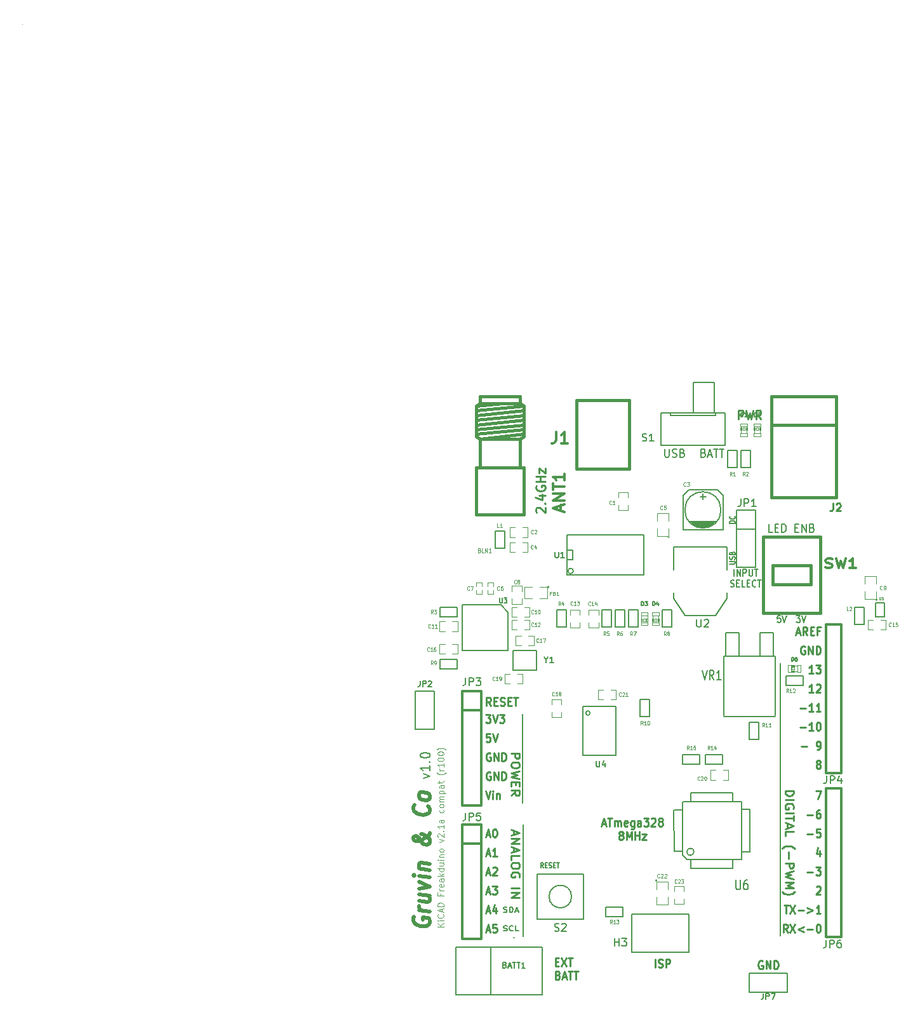
<source format=gto>
G04 (created by PCBNEW (2013-07-07 BZR 4022)-stable) date Tue 23 Jul 2013 03:58:13 PM NZST*
%MOIN*%
G04 Gerber Fmt 3.4, Leading zero omitted, Abs format*
%FSLAX34Y34*%
G01*
G70*
G90*
G04 APERTURE LIST*
%ADD10C,0.00590551*%
%ADD11C,0.00787402*%
%ADD12C,0.00984252*%
%ADD13C,0.0108268*%
%ADD14C,0.00511811*%
%ADD15C,0.00393701*%
%ADD16C,0.019685*%
%ADD17C,0.015*%
%ADD18C,0.006*%
%ADD19C,0.008*%
%ADD20C,0.0039*%
%ADD21C,0.0047*%
%ADD22C,0.005*%
%ADD23C,0.0028*%
%ADD24C,0.012*%
%ADD25C,0.0026*%
%ADD26C,0.004*%
%ADD27C,2.75591e-07*%
%ADD28C,0.0043*%
%ADD29C,0.0045*%
%ADD30C,0.01*%
%ADD31C,0.00295276*%
%ADD32C,0.0059*%
G04 APERTURE END LIST*
G54D10*
G54D11*
X21086Y-39572D02*
X21427Y-39460D01*
X21086Y-39347D01*
X21427Y-38920D02*
X21427Y-39190D01*
X21427Y-39055D02*
X20915Y-39055D01*
X20988Y-39100D01*
X21037Y-39145D01*
X21062Y-39190D01*
X21378Y-38717D02*
X21403Y-38695D01*
X21427Y-38717D01*
X21403Y-38740D01*
X21378Y-38717D01*
X21427Y-38717D01*
X20915Y-38402D02*
X20915Y-38357D01*
X20940Y-38312D01*
X20964Y-38290D01*
X21013Y-38267D01*
X21110Y-38245D01*
X21232Y-38245D01*
X21330Y-38267D01*
X21378Y-38290D01*
X21403Y-38312D01*
X21427Y-38357D01*
X21427Y-38402D01*
X21403Y-38447D01*
X21378Y-38470D01*
X21330Y-38492D01*
X21232Y-38515D01*
X21110Y-38515D01*
X21013Y-38492D01*
X20964Y-38470D01*
X20940Y-38447D01*
X20915Y-38402D01*
G54D12*
X30453Y-41980D02*
X30641Y-41980D01*
X30416Y-42104D02*
X30547Y-41671D01*
X30678Y-42104D01*
X30753Y-41671D02*
X30978Y-41671D01*
X30866Y-42104D02*
X30866Y-41671D01*
X31109Y-42104D02*
X31109Y-41815D01*
X31109Y-41856D02*
X31128Y-41836D01*
X31166Y-41815D01*
X31222Y-41815D01*
X31259Y-41836D01*
X31278Y-41877D01*
X31278Y-42104D01*
X31278Y-41877D02*
X31297Y-41836D01*
X31334Y-41815D01*
X31391Y-41815D01*
X31428Y-41836D01*
X31447Y-41877D01*
X31447Y-42104D01*
X31784Y-42083D02*
X31747Y-42104D01*
X31672Y-42104D01*
X31634Y-42083D01*
X31616Y-42042D01*
X31616Y-41877D01*
X31634Y-41836D01*
X31672Y-41815D01*
X31747Y-41815D01*
X31784Y-41836D01*
X31803Y-41877D01*
X31803Y-41918D01*
X31616Y-41960D01*
X32140Y-41815D02*
X32140Y-42166D01*
X32122Y-42207D01*
X32103Y-42228D01*
X32065Y-42248D01*
X32009Y-42248D01*
X31972Y-42228D01*
X32140Y-42083D02*
X32103Y-42104D01*
X32028Y-42104D01*
X31991Y-42083D01*
X31972Y-42063D01*
X31953Y-42021D01*
X31953Y-41898D01*
X31972Y-41856D01*
X31991Y-41836D01*
X32028Y-41815D01*
X32103Y-41815D01*
X32140Y-41836D01*
X32497Y-42104D02*
X32497Y-41877D01*
X32478Y-41836D01*
X32440Y-41815D01*
X32365Y-41815D01*
X32328Y-41836D01*
X32497Y-42083D02*
X32459Y-42104D01*
X32365Y-42104D01*
X32328Y-42083D01*
X32309Y-42042D01*
X32309Y-42001D01*
X32328Y-41960D01*
X32365Y-41939D01*
X32459Y-41939D01*
X32497Y-41918D01*
X32647Y-41671D02*
X32890Y-41671D01*
X32759Y-41836D01*
X32815Y-41836D01*
X32853Y-41856D01*
X32872Y-41877D01*
X32890Y-41918D01*
X32890Y-42021D01*
X32872Y-42063D01*
X32853Y-42083D01*
X32815Y-42104D01*
X32703Y-42104D01*
X32665Y-42083D01*
X32647Y-42063D01*
X33040Y-41712D02*
X33059Y-41691D01*
X33097Y-41671D01*
X33190Y-41671D01*
X33228Y-41691D01*
X33247Y-41712D01*
X33265Y-41753D01*
X33265Y-41795D01*
X33247Y-41856D01*
X33022Y-42104D01*
X33265Y-42104D01*
X33490Y-41856D02*
X33453Y-41836D01*
X33434Y-41815D01*
X33415Y-41774D01*
X33415Y-41753D01*
X33434Y-41712D01*
X33453Y-41691D01*
X33490Y-41671D01*
X33565Y-41671D01*
X33603Y-41691D01*
X33622Y-41712D01*
X33640Y-41753D01*
X33640Y-41774D01*
X33622Y-41815D01*
X33603Y-41836D01*
X33565Y-41856D01*
X33490Y-41856D01*
X33453Y-41877D01*
X33434Y-41898D01*
X33415Y-41939D01*
X33415Y-42021D01*
X33434Y-42063D01*
X33453Y-42083D01*
X33490Y-42104D01*
X33565Y-42104D01*
X33603Y-42083D01*
X33622Y-42063D01*
X33640Y-42021D01*
X33640Y-41939D01*
X33622Y-41898D01*
X33603Y-41877D01*
X33565Y-41856D01*
X31419Y-42561D02*
X31381Y-42541D01*
X31362Y-42520D01*
X31344Y-42479D01*
X31344Y-42458D01*
X31362Y-42417D01*
X31381Y-42396D01*
X31419Y-42376D01*
X31494Y-42376D01*
X31531Y-42396D01*
X31550Y-42417D01*
X31569Y-42458D01*
X31569Y-42479D01*
X31550Y-42520D01*
X31531Y-42541D01*
X31494Y-42561D01*
X31419Y-42561D01*
X31381Y-42582D01*
X31362Y-42602D01*
X31344Y-42644D01*
X31344Y-42726D01*
X31362Y-42767D01*
X31381Y-42788D01*
X31419Y-42809D01*
X31494Y-42809D01*
X31531Y-42788D01*
X31550Y-42767D01*
X31569Y-42726D01*
X31569Y-42644D01*
X31550Y-42602D01*
X31531Y-42582D01*
X31494Y-42561D01*
X31737Y-42809D02*
X31737Y-42376D01*
X31869Y-42685D01*
X32000Y-42376D01*
X32000Y-42809D01*
X32187Y-42809D02*
X32187Y-42376D01*
X32187Y-42582D02*
X32412Y-42582D01*
X32412Y-42809D02*
X32412Y-42376D01*
X32562Y-42520D02*
X32769Y-42520D01*
X32562Y-42809D01*
X32769Y-42809D01*
G54D13*
X37622Y-20741D02*
X37622Y-20268D01*
X37787Y-20268D01*
X37828Y-20291D01*
X37849Y-20313D01*
X37870Y-20358D01*
X37870Y-20426D01*
X37849Y-20471D01*
X37828Y-20493D01*
X37787Y-20516D01*
X37622Y-20516D01*
X38014Y-20268D02*
X38117Y-20741D01*
X38200Y-20403D01*
X38282Y-20741D01*
X38385Y-20268D01*
X38798Y-20741D02*
X38653Y-20516D01*
X38550Y-20741D02*
X38550Y-20268D01*
X38715Y-20268D01*
X38756Y-20291D01*
X38777Y-20313D01*
X38798Y-20358D01*
X38798Y-20426D01*
X38777Y-20471D01*
X38756Y-20493D01*
X38715Y-20516D01*
X38550Y-20516D01*
G54D11*
X26299Y-40866D02*
X26299Y-36220D01*
G54D12*
X25690Y-38278D02*
X26123Y-38278D01*
X26123Y-38458D01*
X26103Y-38503D01*
X26082Y-38526D01*
X26041Y-38548D01*
X25979Y-38548D01*
X25938Y-38526D01*
X25917Y-38503D01*
X25897Y-38458D01*
X25897Y-38278D01*
X26123Y-38841D02*
X26123Y-38931D01*
X26103Y-38976D01*
X26062Y-39021D01*
X25979Y-39043D01*
X25835Y-39043D01*
X25752Y-39021D01*
X25711Y-38976D01*
X25690Y-38931D01*
X25690Y-38841D01*
X25711Y-38796D01*
X25752Y-38751D01*
X25835Y-38728D01*
X25979Y-38728D01*
X26062Y-38751D01*
X26103Y-38796D01*
X26123Y-38841D01*
X26123Y-39201D02*
X25690Y-39313D01*
X26000Y-39403D01*
X25690Y-39493D01*
X26123Y-39606D01*
X25917Y-39786D02*
X25917Y-39943D01*
X25690Y-40011D02*
X25690Y-39786D01*
X26123Y-39786D01*
X26123Y-40011D01*
X25690Y-40483D02*
X25897Y-40326D01*
X25690Y-40213D02*
X26123Y-40213D01*
X26123Y-40393D01*
X26103Y-40438D01*
X26082Y-40461D01*
X26041Y-40483D01*
X25979Y-40483D01*
X25938Y-40461D01*
X25917Y-40438D01*
X25897Y-40393D01*
X25897Y-40213D01*
G54D10*
X25294Y-47578D02*
X25339Y-47591D01*
X25414Y-47591D01*
X25444Y-47578D01*
X25459Y-47565D01*
X25474Y-47539D01*
X25474Y-47513D01*
X25459Y-47486D01*
X25444Y-47473D01*
X25414Y-47460D01*
X25354Y-47447D01*
X25324Y-47434D01*
X25309Y-47421D01*
X25294Y-47395D01*
X25294Y-47368D01*
X25309Y-47342D01*
X25324Y-47329D01*
X25354Y-47316D01*
X25429Y-47316D01*
X25474Y-47329D01*
X25789Y-47565D02*
X25774Y-47578D01*
X25729Y-47591D01*
X25699Y-47591D01*
X25654Y-47578D01*
X25624Y-47552D01*
X25609Y-47526D01*
X25594Y-47473D01*
X25594Y-47434D01*
X25609Y-47381D01*
X25624Y-47355D01*
X25654Y-47329D01*
X25699Y-47316D01*
X25729Y-47316D01*
X25774Y-47329D01*
X25789Y-47342D01*
X26074Y-47591D02*
X25924Y-47591D01*
X25924Y-47316D01*
X25286Y-46594D02*
X25331Y-46607D01*
X25406Y-46607D01*
X25436Y-46594D01*
X25451Y-46581D01*
X25466Y-46555D01*
X25466Y-46528D01*
X25451Y-46502D01*
X25436Y-46489D01*
X25406Y-46476D01*
X25346Y-46463D01*
X25316Y-46450D01*
X25301Y-46437D01*
X25286Y-46410D01*
X25286Y-46384D01*
X25301Y-46358D01*
X25316Y-46345D01*
X25346Y-46332D01*
X25421Y-46332D01*
X25466Y-46345D01*
X25601Y-46607D02*
X25601Y-46332D01*
X25676Y-46332D01*
X25721Y-46345D01*
X25751Y-46371D01*
X25766Y-46397D01*
X25781Y-46450D01*
X25781Y-46489D01*
X25766Y-46541D01*
X25751Y-46568D01*
X25721Y-46594D01*
X25676Y-46607D01*
X25601Y-46607D01*
X25901Y-46528D02*
X26051Y-46528D01*
X25871Y-46607D02*
X25976Y-46332D01*
X26081Y-46607D01*
G54D11*
X39800Y-33550D02*
X39800Y-47850D01*
X25800Y-47950D02*
X25850Y-47950D01*
X26311Y-42021D02*
X26311Y-47871D01*
G54D12*
X40074Y-40227D02*
X40507Y-40227D01*
X40507Y-40340D01*
X40487Y-40407D01*
X40445Y-40452D01*
X40404Y-40475D01*
X40322Y-40497D01*
X40260Y-40497D01*
X40177Y-40475D01*
X40136Y-40452D01*
X40095Y-40407D01*
X40074Y-40340D01*
X40074Y-40227D01*
X40074Y-40700D02*
X40507Y-40700D01*
X40487Y-41172D02*
X40507Y-41127D01*
X40507Y-41060D01*
X40487Y-40992D01*
X40445Y-40947D01*
X40404Y-40925D01*
X40322Y-40902D01*
X40260Y-40902D01*
X40177Y-40925D01*
X40136Y-40947D01*
X40095Y-40992D01*
X40074Y-41060D01*
X40074Y-41105D01*
X40095Y-41172D01*
X40115Y-41195D01*
X40260Y-41195D01*
X40260Y-41105D01*
X40074Y-41397D02*
X40507Y-41397D01*
X40507Y-41555D02*
X40507Y-41825D01*
X40074Y-41690D02*
X40507Y-41690D01*
X40198Y-41960D02*
X40198Y-42185D01*
X40074Y-41915D02*
X40507Y-42072D01*
X40074Y-42230D01*
X40074Y-42612D02*
X40074Y-42387D01*
X40507Y-42387D01*
X39909Y-43264D02*
X39930Y-43242D01*
X39992Y-43197D01*
X40033Y-43174D01*
X40095Y-43152D01*
X40198Y-43129D01*
X40280Y-43129D01*
X40384Y-43152D01*
X40445Y-43174D01*
X40487Y-43197D01*
X40549Y-43242D01*
X40569Y-43264D01*
X40239Y-43444D02*
X40239Y-43804D01*
X40074Y-44029D02*
X40507Y-44029D01*
X40507Y-44209D01*
X40487Y-44254D01*
X40466Y-44277D01*
X40425Y-44299D01*
X40363Y-44299D01*
X40322Y-44277D01*
X40301Y-44254D01*
X40280Y-44209D01*
X40280Y-44029D01*
X40507Y-44457D02*
X40074Y-44569D01*
X40384Y-44659D01*
X40074Y-44749D01*
X40507Y-44862D01*
X40074Y-45042D02*
X40507Y-45042D01*
X40198Y-45199D01*
X40507Y-45357D01*
X40074Y-45357D01*
X39909Y-45537D02*
X39930Y-45559D01*
X39992Y-45604D01*
X40033Y-45627D01*
X40095Y-45649D01*
X40198Y-45672D01*
X40280Y-45672D01*
X40384Y-45649D01*
X40445Y-45627D01*
X40487Y-45604D01*
X40549Y-45559D01*
X40569Y-45537D01*
X27027Y-25635D02*
X27003Y-25613D01*
X26978Y-25568D01*
X26978Y-25455D01*
X27003Y-25410D01*
X27027Y-25388D01*
X27076Y-25365D01*
X27125Y-25365D01*
X27198Y-25388D01*
X27490Y-25658D01*
X27490Y-25365D01*
X27441Y-25163D02*
X27466Y-25140D01*
X27490Y-25163D01*
X27466Y-25185D01*
X27441Y-25163D01*
X27490Y-25163D01*
X27149Y-24735D02*
X27490Y-24735D01*
X26954Y-24848D02*
X27320Y-24960D01*
X27320Y-24668D01*
X27003Y-24240D02*
X26978Y-24285D01*
X26978Y-24353D01*
X27003Y-24420D01*
X27051Y-24465D01*
X27100Y-24488D01*
X27198Y-24510D01*
X27271Y-24510D01*
X27368Y-24488D01*
X27417Y-24465D01*
X27466Y-24420D01*
X27490Y-24353D01*
X27490Y-24308D01*
X27466Y-24240D01*
X27441Y-24218D01*
X27271Y-24218D01*
X27271Y-24308D01*
X27490Y-24015D02*
X26978Y-24015D01*
X27222Y-24015D02*
X27222Y-23745D01*
X27490Y-23745D02*
X26978Y-23745D01*
X27149Y-23565D02*
X27149Y-23318D01*
X27490Y-23565D01*
X27490Y-23318D01*
X28007Y-49200D02*
X28138Y-49200D01*
X28194Y-49427D02*
X28007Y-49427D01*
X28007Y-48994D01*
X28194Y-48994D01*
X28325Y-48994D02*
X28588Y-49427D01*
X28588Y-48994D02*
X28325Y-49427D01*
X28682Y-48994D02*
X28907Y-48994D01*
X28794Y-49427D02*
X28794Y-48994D01*
X28138Y-49905D02*
X28194Y-49925D01*
X28213Y-49946D01*
X28232Y-49987D01*
X28232Y-50049D01*
X28213Y-50090D01*
X28194Y-50111D01*
X28157Y-50131D01*
X28007Y-50131D01*
X28007Y-49698D01*
X28138Y-49698D01*
X28175Y-49719D01*
X28194Y-49740D01*
X28213Y-49781D01*
X28213Y-49822D01*
X28194Y-49863D01*
X28175Y-49884D01*
X28138Y-49905D01*
X28007Y-49905D01*
X28382Y-50008D02*
X28569Y-50008D01*
X28344Y-50131D02*
X28475Y-49698D01*
X28607Y-50131D01*
X28682Y-49698D02*
X28907Y-49698D01*
X28794Y-50131D02*
X28794Y-49698D01*
X28982Y-49698D02*
X29206Y-49698D01*
X29094Y-50131D02*
X29094Y-49698D01*
G54D11*
X39409Y-26671D02*
X39221Y-26671D01*
X39221Y-26238D01*
X39540Y-26444D02*
X39671Y-26444D01*
X39728Y-26671D02*
X39540Y-26671D01*
X39540Y-26238D01*
X39728Y-26238D01*
X39896Y-26671D02*
X39896Y-26238D01*
X39990Y-26238D01*
X40046Y-26258D01*
X40084Y-26300D01*
X40103Y-26341D01*
X40121Y-26423D01*
X40121Y-26485D01*
X40103Y-26568D01*
X40084Y-26609D01*
X40046Y-26650D01*
X39990Y-26671D01*
X39896Y-26671D01*
X40590Y-26444D02*
X40721Y-26444D01*
X40778Y-26671D02*
X40590Y-26671D01*
X40590Y-26238D01*
X40778Y-26238D01*
X40946Y-26671D02*
X40946Y-26238D01*
X41171Y-26671D01*
X41171Y-26238D01*
X41490Y-26444D02*
X41546Y-26465D01*
X41565Y-26485D01*
X41584Y-26526D01*
X41584Y-26588D01*
X41565Y-26630D01*
X41546Y-26650D01*
X41509Y-26671D01*
X41359Y-26671D01*
X41359Y-26238D01*
X41490Y-26238D01*
X41527Y-26258D01*
X41546Y-26279D01*
X41565Y-26320D01*
X41565Y-26362D01*
X41546Y-26403D01*
X41527Y-26423D01*
X41490Y-26444D01*
X41359Y-26444D01*
X35779Y-22507D02*
X35836Y-22528D01*
X35854Y-22548D01*
X35873Y-22589D01*
X35873Y-22651D01*
X35854Y-22693D01*
X35836Y-22713D01*
X35798Y-22734D01*
X35648Y-22734D01*
X35648Y-22301D01*
X35779Y-22301D01*
X35817Y-22321D01*
X35836Y-22342D01*
X35854Y-22383D01*
X35854Y-22425D01*
X35836Y-22466D01*
X35817Y-22486D01*
X35779Y-22507D01*
X35648Y-22507D01*
X36023Y-22610D02*
X36211Y-22610D01*
X35986Y-22734D02*
X36117Y-22301D01*
X36248Y-22734D01*
X36323Y-22301D02*
X36548Y-22301D01*
X36436Y-22734D02*
X36436Y-22301D01*
X36623Y-22301D02*
X36848Y-22301D01*
X36736Y-22734D02*
X36736Y-22301D01*
X33755Y-22301D02*
X33755Y-22651D01*
X33773Y-22693D01*
X33792Y-22713D01*
X33830Y-22734D01*
X33905Y-22734D01*
X33942Y-22713D01*
X33961Y-22693D01*
X33980Y-22651D01*
X33980Y-22301D01*
X34148Y-22713D02*
X34205Y-22734D01*
X34298Y-22734D01*
X34336Y-22713D01*
X34355Y-22693D01*
X34373Y-22651D01*
X34373Y-22610D01*
X34355Y-22569D01*
X34336Y-22548D01*
X34298Y-22528D01*
X34223Y-22507D01*
X34186Y-22486D01*
X34167Y-22466D01*
X34148Y-22425D01*
X34148Y-22383D01*
X34167Y-22342D01*
X34186Y-22321D01*
X34223Y-22301D01*
X34317Y-22301D01*
X34373Y-22321D01*
X34673Y-22507D02*
X34730Y-22528D01*
X34748Y-22548D01*
X34767Y-22589D01*
X34767Y-22651D01*
X34748Y-22693D01*
X34730Y-22713D01*
X34692Y-22734D01*
X34542Y-22734D01*
X34542Y-22301D01*
X34673Y-22301D01*
X34711Y-22321D01*
X34730Y-22342D01*
X34748Y-22383D01*
X34748Y-22425D01*
X34730Y-22466D01*
X34711Y-22486D01*
X34673Y-22507D01*
X34542Y-22507D01*
G54D12*
X38882Y-49172D02*
X38845Y-49151D01*
X38788Y-49151D01*
X38732Y-49172D01*
X38695Y-49213D01*
X38676Y-49254D01*
X38657Y-49337D01*
X38657Y-49399D01*
X38676Y-49481D01*
X38695Y-49522D01*
X38732Y-49564D01*
X38788Y-49584D01*
X38826Y-49584D01*
X38882Y-49564D01*
X38901Y-49543D01*
X38901Y-49399D01*
X38826Y-49399D01*
X39070Y-49584D02*
X39070Y-49151D01*
X39295Y-49584D01*
X39295Y-49151D01*
X39482Y-49584D02*
X39482Y-49151D01*
X39576Y-49151D01*
X39632Y-49172D01*
X39670Y-49213D01*
X39688Y-49254D01*
X39707Y-49337D01*
X39707Y-49399D01*
X39688Y-49481D01*
X39670Y-49522D01*
X39632Y-49564D01*
X39576Y-49584D01*
X39482Y-49584D01*
X33243Y-49505D02*
X33243Y-49072D01*
X33412Y-49485D02*
X33468Y-49505D01*
X33562Y-49505D01*
X33599Y-49485D01*
X33618Y-49464D01*
X33637Y-49423D01*
X33637Y-49382D01*
X33618Y-49341D01*
X33599Y-49320D01*
X33562Y-49299D01*
X33487Y-49279D01*
X33449Y-49258D01*
X33430Y-49237D01*
X33412Y-49196D01*
X33412Y-49155D01*
X33430Y-49114D01*
X33449Y-49093D01*
X33487Y-49072D01*
X33580Y-49072D01*
X33637Y-49093D01*
X33805Y-49505D02*
X33805Y-49072D01*
X33955Y-49072D01*
X33993Y-49093D01*
X34011Y-49114D01*
X34030Y-49155D01*
X34030Y-49217D01*
X34011Y-49258D01*
X33993Y-49279D01*
X33955Y-49299D01*
X33805Y-49299D01*
G54D14*
X27373Y-44284D02*
X27294Y-44153D01*
X27238Y-44284D02*
X27238Y-44009D01*
X27328Y-44009D01*
X27350Y-44022D01*
X27362Y-44035D01*
X27373Y-44061D01*
X27373Y-44101D01*
X27362Y-44127D01*
X27350Y-44140D01*
X27328Y-44153D01*
X27238Y-44153D01*
X27474Y-44140D02*
X27553Y-44140D01*
X27587Y-44284D02*
X27474Y-44284D01*
X27474Y-44009D01*
X27587Y-44009D01*
X27677Y-44271D02*
X27710Y-44284D01*
X27767Y-44284D01*
X27789Y-44271D01*
X27800Y-44258D01*
X27812Y-44232D01*
X27812Y-44206D01*
X27800Y-44179D01*
X27789Y-44166D01*
X27767Y-44153D01*
X27722Y-44140D01*
X27699Y-44127D01*
X27688Y-44114D01*
X27677Y-44087D01*
X27677Y-44061D01*
X27688Y-44035D01*
X27699Y-44022D01*
X27722Y-44009D01*
X27778Y-44009D01*
X27812Y-44022D01*
X27913Y-44140D02*
X27992Y-44140D01*
X28025Y-44284D02*
X27913Y-44284D01*
X27913Y-44009D01*
X28025Y-44009D01*
X28093Y-44009D02*
X28228Y-44009D01*
X28160Y-44284D02*
X28160Y-44009D01*
G54D15*
X22135Y-47365D02*
X21820Y-47365D01*
X22135Y-47182D02*
X21955Y-47319D01*
X21820Y-47182D02*
X22000Y-47365D01*
X22135Y-47046D02*
X21925Y-47046D01*
X21820Y-47046D02*
X21835Y-47061D01*
X21850Y-47046D01*
X21835Y-47030D01*
X21820Y-47046D01*
X21850Y-47046D01*
X22105Y-46712D02*
X22120Y-46727D01*
X22135Y-46772D01*
X22135Y-46803D01*
X22120Y-46848D01*
X22090Y-46879D01*
X22060Y-46894D01*
X22000Y-46909D01*
X21955Y-46909D01*
X21895Y-46894D01*
X21865Y-46879D01*
X21835Y-46848D01*
X21820Y-46803D01*
X21820Y-46772D01*
X21835Y-46727D01*
X21850Y-46712D01*
X22045Y-46590D02*
X22045Y-46438D01*
X22135Y-46620D02*
X21820Y-46514D01*
X22135Y-46408D01*
X22135Y-46302D02*
X21820Y-46302D01*
X21820Y-46226D01*
X21835Y-46180D01*
X21865Y-46150D01*
X21895Y-46134D01*
X21955Y-46119D01*
X22000Y-46119D01*
X22060Y-46134D01*
X22090Y-46150D01*
X22120Y-46180D01*
X22135Y-46226D01*
X22135Y-46302D01*
X21970Y-45633D02*
X21970Y-45740D01*
X22135Y-45740D02*
X21820Y-45740D01*
X21820Y-45588D01*
X22135Y-45466D02*
X21925Y-45466D01*
X21985Y-45466D02*
X21955Y-45451D01*
X21940Y-45436D01*
X21925Y-45406D01*
X21925Y-45375D01*
X22120Y-45147D02*
X22135Y-45178D01*
X22135Y-45239D01*
X22120Y-45269D01*
X22090Y-45284D01*
X21970Y-45284D01*
X21940Y-45269D01*
X21925Y-45239D01*
X21925Y-45178D01*
X21940Y-45147D01*
X21970Y-45132D01*
X22000Y-45132D01*
X22030Y-45284D01*
X22135Y-44859D02*
X21970Y-44859D01*
X21940Y-44874D01*
X21925Y-44904D01*
X21925Y-44965D01*
X21940Y-44996D01*
X22120Y-44859D02*
X22135Y-44889D01*
X22135Y-44965D01*
X22120Y-44996D01*
X22090Y-45011D01*
X22060Y-45011D01*
X22030Y-44996D01*
X22015Y-44965D01*
X22015Y-44889D01*
X22000Y-44859D01*
X22135Y-44707D02*
X21820Y-44707D01*
X22015Y-44677D02*
X22135Y-44586D01*
X21925Y-44586D02*
X22045Y-44707D01*
X22135Y-44312D02*
X21820Y-44312D01*
X22120Y-44312D02*
X22135Y-44343D01*
X22135Y-44403D01*
X22120Y-44434D01*
X22105Y-44449D01*
X22075Y-44464D01*
X21985Y-44464D01*
X21955Y-44449D01*
X21940Y-44434D01*
X21925Y-44403D01*
X21925Y-44343D01*
X21940Y-44312D01*
X21925Y-44024D02*
X22135Y-44024D01*
X21925Y-44160D02*
X22090Y-44160D01*
X22120Y-44145D01*
X22135Y-44115D01*
X22135Y-44069D01*
X22120Y-44039D01*
X22105Y-44024D01*
X22135Y-43872D02*
X21925Y-43872D01*
X21820Y-43872D02*
X21835Y-43887D01*
X21850Y-43872D01*
X21835Y-43857D01*
X21820Y-43872D01*
X21850Y-43872D01*
X21925Y-43720D02*
X22135Y-43720D01*
X21955Y-43720D02*
X21940Y-43705D01*
X21925Y-43674D01*
X21925Y-43629D01*
X21940Y-43598D01*
X21970Y-43583D01*
X22135Y-43583D01*
X22135Y-43386D02*
X22120Y-43416D01*
X22105Y-43431D01*
X22075Y-43447D01*
X21985Y-43447D01*
X21955Y-43431D01*
X21940Y-43416D01*
X21925Y-43386D01*
X21925Y-43340D01*
X21940Y-43310D01*
X21955Y-43295D01*
X21985Y-43280D01*
X22075Y-43280D01*
X22105Y-43295D01*
X22120Y-43310D01*
X22135Y-43340D01*
X22135Y-43386D01*
X21925Y-42930D02*
X22135Y-42854D01*
X21925Y-42778D01*
X21850Y-42672D02*
X21835Y-42657D01*
X21820Y-42627D01*
X21820Y-42551D01*
X21835Y-42520D01*
X21850Y-42505D01*
X21880Y-42490D01*
X21910Y-42490D01*
X21955Y-42505D01*
X22135Y-42687D01*
X22135Y-42490D01*
X22105Y-42353D02*
X22120Y-42338D01*
X22135Y-42353D01*
X22120Y-42368D01*
X22105Y-42353D01*
X22135Y-42353D01*
X22135Y-42034D02*
X22135Y-42217D01*
X22135Y-42125D02*
X21820Y-42125D01*
X21865Y-42156D01*
X21895Y-42186D01*
X21910Y-42217D01*
X22135Y-41761D02*
X21970Y-41761D01*
X21940Y-41776D01*
X21925Y-41807D01*
X21925Y-41867D01*
X21940Y-41898D01*
X22120Y-41761D02*
X22135Y-41791D01*
X22135Y-41867D01*
X22120Y-41898D01*
X22090Y-41913D01*
X22060Y-41913D01*
X22030Y-41898D01*
X22015Y-41867D01*
X22015Y-41791D01*
X22000Y-41761D01*
X22120Y-41230D02*
X22135Y-41260D01*
X22135Y-41321D01*
X22120Y-41351D01*
X22105Y-41366D01*
X22075Y-41381D01*
X21985Y-41381D01*
X21955Y-41366D01*
X21940Y-41351D01*
X21925Y-41321D01*
X21925Y-41260D01*
X21940Y-41230D01*
X22135Y-41047D02*
X22120Y-41078D01*
X22105Y-41093D01*
X22075Y-41108D01*
X21985Y-41108D01*
X21955Y-41093D01*
X21940Y-41078D01*
X21925Y-41047D01*
X21925Y-41002D01*
X21940Y-40971D01*
X21955Y-40956D01*
X21985Y-40941D01*
X22075Y-40941D01*
X22105Y-40956D01*
X22120Y-40971D01*
X22135Y-41002D01*
X22135Y-41047D01*
X22135Y-40804D02*
X21925Y-40804D01*
X21955Y-40804D02*
X21940Y-40789D01*
X21925Y-40759D01*
X21925Y-40713D01*
X21940Y-40683D01*
X21970Y-40668D01*
X22135Y-40668D01*
X21970Y-40668D02*
X21940Y-40652D01*
X21925Y-40622D01*
X21925Y-40577D01*
X21940Y-40546D01*
X21970Y-40531D01*
X22135Y-40531D01*
X21925Y-40379D02*
X22240Y-40379D01*
X21940Y-40379D02*
X21925Y-40349D01*
X21925Y-40288D01*
X21940Y-40258D01*
X21955Y-40242D01*
X21985Y-40227D01*
X22075Y-40227D01*
X22105Y-40242D01*
X22120Y-40258D01*
X22135Y-40288D01*
X22135Y-40349D01*
X22120Y-40379D01*
X22135Y-39954D02*
X21970Y-39954D01*
X21940Y-39969D01*
X21925Y-39999D01*
X21925Y-40060D01*
X21940Y-40091D01*
X22120Y-39954D02*
X22135Y-39984D01*
X22135Y-40060D01*
X22120Y-40091D01*
X22090Y-40106D01*
X22060Y-40106D01*
X22030Y-40091D01*
X22015Y-40060D01*
X22015Y-39984D01*
X22000Y-39954D01*
X21925Y-39848D02*
X21925Y-39726D01*
X21820Y-39802D02*
X22090Y-39802D01*
X22120Y-39787D01*
X22135Y-39757D01*
X22135Y-39726D01*
X22255Y-39286D02*
X22240Y-39301D01*
X22195Y-39331D01*
X22165Y-39347D01*
X22120Y-39362D01*
X22045Y-39377D01*
X21985Y-39377D01*
X21910Y-39362D01*
X21865Y-39347D01*
X21835Y-39331D01*
X21790Y-39301D01*
X21775Y-39286D01*
X22135Y-39164D02*
X21925Y-39164D01*
X21985Y-39164D02*
X21955Y-39149D01*
X21940Y-39134D01*
X21925Y-39104D01*
X21925Y-39073D01*
X22135Y-38800D02*
X22135Y-38982D01*
X22135Y-38891D02*
X21820Y-38891D01*
X21865Y-38921D01*
X21895Y-38952D01*
X21910Y-38982D01*
X21820Y-38602D02*
X21820Y-38572D01*
X21835Y-38542D01*
X21850Y-38526D01*
X21880Y-38511D01*
X21940Y-38496D01*
X22015Y-38496D01*
X22075Y-38511D01*
X22105Y-38526D01*
X22120Y-38542D01*
X22135Y-38572D01*
X22135Y-38602D01*
X22120Y-38633D01*
X22105Y-38648D01*
X22075Y-38663D01*
X22015Y-38678D01*
X21940Y-38678D01*
X21880Y-38663D01*
X21850Y-38648D01*
X21835Y-38633D01*
X21820Y-38602D01*
X21820Y-38299D02*
X21820Y-38268D01*
X21835Y-38238D01*
X21850Y-38223D01*
X21880Y-38208D01*
X21940Y-38192D01*
X22015Y-38192D01*
X22075Y-38208D01*
X22105Y-38223D01*
X22120Y-38238D01*
X22135Y-38268D01*
X22135Y-38299D01*
X22120Y-38329D01*
X22105Y-38344D01*
X22075Y-38359D01*
X22015Y-38375D01*
X21940Y-38375D01*
X21880Y-38359D01*
X21850Y-38344D01*
X21835Y-38329D01*
X21820Y-38299D01*
X22255Y-38086D02*
X22240Y-38071D01*
X22195Y-38041D01*
X22165Y-38025D01*
X22120Y-38010D01*
X22045Y-37995D01*
X21985Y-37995D01*
X21910Y-38010D01*
X21865Y-38025D01*
X21835Y-38041D01*
X21790Y-38071D01*
X21775Y-38086D01*
G54D16*
X20588Y-46845D02*
X20547Y-46915D01*
X20547Y-47028D01*
X20588Y-47145D01*
X20671Y-47230D01*
X20753Y-47278D01*
X20918Y-47336D01*
X21042Y-47352D01*
X21207Y-47335D01*
X21289Y-47308D01*
X21372Y-47243D01*
X21413Y-47136D01*
X21413Y-47061D01*
X21372Y-46943D01*
X21331Y-46901D01*
X21042Y-46864D01*
X21042Y-47014D01*
X21413Y-46573D02*
X20836Y-46501D01*
X21001Y-46522D02*
X20918Y-46474D01*
X20877Y-46431D01*
X20836Y-46351D01*
X20836Y-46276D01*
X20836Y-45676D02*
X21413Y-45748D01*
X20836Y-46014D02*
X21289Y-46070D01*
X21372Y-46043D01*
X21413Y-45973D01*
X21413Y-45861D01*
X21372Y-45781D01*
X21331Y-45738D01*
X20836Y-45376D02*
X21413Y-45261D01*
X20836Y-45001D01*
X21413Y-44774D02*
X20836Y-44701D01*
X20547Y-44665D02*
X20588Y-44708D01*
X20629Y-44676D01*
X20588Y-44633D01*
X20547Y-44665D01*
X20629Y-44676D01*
X20836Y-44326D02*
X21413Y-44399D01*
X20918Y-44337D02*
X20877Y-44294D01*
X20836Y-44214D01*
X20836Y-44101D01*
X20877Y-44032D01*
X20959Y-44004D01*
X21413Y-44061D01*
X21413Y-42449D02*
X21413Y-42486D01*
X21372Y-42556D01*
X21248Y-42653D01*
X21001Y-42810D01*
X20877Y-42869D01*
X20753Y-42891D01*
X20671Y-42881D01*
X20588Y-42833D01*
X20547Y-42753D01*
X20547Y-42716D01*
X20588Y-42646D01*
X20671Y-42619D01*
X20712Y-42624D01*
X20794Y-42672D01*
X20836Y-42714D01*
X21001Y-42960D01*
X21042Y-43002D01*
X21124Y-43050D01*
X21248Y-43066D01*
X21331Y-43038D01*
X21372Y-43006D01*
X21413Y-42936D01*
X21413Y-42824D01*
X21372Y-42744D01*
X21331Y-42701D01*
X21166Y-42568D01*
X21042Y-42515D01*
X20959Y-42505D01*
X21331Y-41051D02*
X21372Y-41094D01*
X21413Y-41212D01*
X21413Y-41287D01*
X21372Y-41394D01*
X21289Y-41459D01*
X21207Y-41486D01*
X21042Y-41503D01*
X20918Y-41487D01*
X20753Y-41429D01*
X20671Y-41381D01*
X20588Y-41296D01*
X20547Y-41178D01*
X20547Y-41103D01*
X20588Y-40996D01*
X20629Y-40964D01*
X21413Y-40612D02*
X21372Y-40681D01*
X21331Y-40714D01*
X21248Y-40741D01*
X21001Y-40710D01*
X20918Y-40662D01*
X20877Y-40620D01*
X20836Y-40539D01*
X20836Y-40427D01*
X20877Y-40357D01*
X20918Y-40325D01*
X21001Y-40298D01*
X21248Y-40329D01*
X21331Y-40376D01*
X21372Y-40419D01*
X21413Y-40499D01*
X21413Y-40612D01*
G54D10*
X37434Y-26203D02*
X37158Y-26203D01*
X37158Y-26147D01*
X37171Y-26113D01*
X37198Y-26091D01*
X37224Y-26079D01*
X37276Y-26068D01*
X37316Y-26068D01*
X37368Y-26079D01*
X37395Y-26091D01*
X37421Y-26113D01*
X37434Y-26147D01*
X37434Y-26203D01*
X37408Y-25832D02*
X37421Y-25843D01*
X37434Y-25877D01*
X37434Y-25899D01*
X37421Y-25933D01*
X37395Y-25956D01*
X37368Y-25967D01*
X37316Y-25978D01*
X37276Y-25978D01*
X37224Y-25967D01*
X37198Y-25956D01*
X37171Y-25933D01*
X37158Y-25899D01*
X37158Y-25877D01*
X37171Y-25843D01*
X37185Y-25832D01*
X37158Y-28329D02*
X37381Y-28329D01*
X37408Y-28318D01*
X37421Y-28307D01*
X37434Y-28284D01*
X37434Y-28239D01*
X37421Y-28217D01*
X37408Y-28205D01*
X37381Y-28194D01*
X37158Y-28194D01*
X37421Y-28093D02*
X37434Y-28059D01*
X37434Y-28003D01*
X37421Y-27980D01*
X37408Y-27969D01*
X37381Y-27958D01*
X37355Y-27958D01*
X37329Y-27969D01*
X37316Y-27980D01*
X37303Y-28003D01*
X37290Y-28048D01*
X37276Y-28070D01*
X37263Y-28082D01*
X37237Y-28093D01*
X37211Y-28093D01*
X37185Y-28082D01*
X37171Y-28070D01*
X37158Y-28048D01*
X37158Y-27992D01*
X37171Y-27958D01*
X37290Y-27778D02*
X37303Y-27744D01*
X37316Y-27733D01*
X37342Y-27722D01*
X37381Y-27722D01*
X37408Y-27733D01*
X37421Y-27744D01*
X37434Y-27767D01*
X37434Y-27857D01*
X37158Y-27857D01*
X37158Y-27778D01*
X37171Y-27755D01*
X37185Y-27744D01*
X37211Y-27733D01*
X37237Y-27733D01*
X37263Y-27744D01*
X37276Y-27755D01*
X37290Y-27778D01*
X37290Y-27857D01*
G54D11*
X37384Y-28962D02*
X37384Y-28607D01*
X37534Y-28962D02*
X37534Y-28607D01*
X37714Y-28962D01*
X37714Y-28607D01*
X37864Y-28962D02*
X37864Y-28607D01*
X37984Y-28607D01*
X38014Y-28624D01*
X38029Y-28641D01*
X38044Y-28675D01*
X38044Y-28726D01*
X38029Y-28759D01*
X38014Y-28776D01*
X37984Y-28793D01*
X37864Y-28793D01*
X38179Y-28607D02*
X38179Y-28894D01*
X38194Y-28928D01*
X38209Y-28945D01*
X38239Y-28962D01*
X38299Y-28962D01*
X38329Y-28945D01*
X38344Y-28928D01*
X38359Y-28894D01*
X38359Y-28607D01*
X38464Y-28607D02*
X38644Y-28607D01*
X38554Y-28962D02*
X38554Y-28607D01*
X37212Y-29520D02*
X37257Y-29537D01*
X37332Y-29537D01*
X37362Y-29520D01*
X37377Y-29503D01*
X37392Y-29469D01*
X37392Y-29435D01*
X37377Y-29402D01*
X37362Y-29385D01*
X37332Y-29368D01*
X37272Y-29351D01*
X37242Y-29334D01*
X37227Y-29317D01*
X37212Y-29284D01*
X37212Y-29250D01*
X37227Y-29216D01*
X37242Y-29199D01*
X37272Y-29182D01*
X37347Y-29182D01*
X37392Y-29199D01*
X37527Y-29351D02*
X37632Y-29351D01*
X37677Y-29537D02*
X37527Y-29537D01*
X37527Y-29182D01*
X37677Y-29182D01*
X37962Y-29537D02*
X37812Y-29537D01*
X37812Y-29182D01*
X38067Y-29351D02*
X38172Y-29351D01*
X38217Y-29537D02*
X38067Y-29537D01*
X38067Y-29182D01*
X38217Y-29182D01*
X38532Y-29503D02*
X38517Y-29520D01*
X38472Y-29537D01*
X38442Y-29537D01*
X38397Y-29520D01*
X38367Y-29486D01*
X38352Y-29452D01*
X38337Y-29385D01*
X38337Y-29334D01*
X38352Y-29267D01*
X38367Y-29233D01*
X38397Y-29199D01*
X38442Y-29182D01*
X38472Y-29182D01*
X38517Y-29199D01*
X38532Y-29216D01*
X38622Y-29182D02*
X38802Y-29182D01*
X38712Y-29537D02*
X38712Y-29182D01*
G54D10*
X40665Y-31048D02*
X40860Y-31048D01*
X40755Y-31183D01*
X40800Y-31183D01*
X40830Y-31200D01*
X40845Y-31217D01*
X40860Y-31251D01*
X40860Y-31335D01*
X40845Y-31369D01*
X40830Y-31386D01*
X40800Y-31403D01*
X40710Y-31403D01*
X40680Y-31386D01*
X40665Y-31369D01*
X40950Y-31048D02*
X41055Y-31403D01*
X41160Y-31048D01*
X39821Y-31048D02*
X39671Y-31048D01*
X39656Y-31217D01*
X39671Y-31200D01*
X39701Y-31183D01*
X39776Y-31183D01*
X39806Y-31200D01*
X39821Y-31217D01*
X39836Y-31251D01*
X39836Y-31335D01*
X39821Y-31369D01*
X39806Y-31386D01*
X39776Y-31403D01*
X39701Y-31403D01*
X39671Y-31386D01*
X39656Y-31369D01*
X39926Y-31048D02*
X40031Y-31403D01*
X40136Y-31048D01*
G54D12*
X24618Y-35775D02*
X24487Y-35569D01*
X24393Y-35775D02*
X24393Y-35342D01*
X24543Y-35342D01*
X24581Y-35362D01*
X24599Y-35383D01*
X24618Y-35424D01*
X24618Y-35486D01*
X24599Y-35527D01*
X24581Y-35548D01*
X24543Y-35569D01*
X24393Y-35569D01*
X24787Y-35548D02*
X24918Y-35548D01*
X24974Y-35775D02*
X24787Y-35775D01*
X24787Y-35342D01*
X24974Y-35342D01*
X25124Y-35754D02*
X25181Y-35775D01*
X25274Y-35775D01*
X25312Y-35754D01*
X25331Y-35734D01*
X25349Y-35692D01*
X25349Y-35651D01*
X25331Y-35610D01*
X25312Y-35589D01*
X25274Y-35569D01*
X25199Y-35548D01*
X25162Y-35527D01*
X25143Y-35507D01*
X25124Y-35465D01*
X25124Y-35424D01*
X25143Y-35383D01*
X25162Y-35362D01*
X25199Y-35342D01*
X25293Y-35342D01*
X25349Y-35362D01*
X25518Y-35548D02*
X25649Y-35548D01*
X25706Y-35775D02*
X25518Y-35775D01*
X25518Y-35342D01*
X25706Y-35342D01*
X25818Y-35342D02*
X26043Y-35342D01*
X25931Y-35775D02*
X25931Y-35342D01*
X24356Y-36242D02*
X24599Y-36242D01*
X24468Y-36407D01*
X24524Y-36407D01*
X24562Y-36427D01*
X24581Y-36448D01*
X24599Y-36489D01*
X24599Y-36592D01*
X24581Y-36634D01*
X24562Y-36654D01*
X24524Y-36675D01*
X24412Y-36675D01*
X24374Y-36654D01*
X24356Y-36634D01*
X24712Y-36242D02*
X24843Y-36675D01*
X24974Y-36242D01*
X25068Y-36242D02*
X25312Y-36242D01*
X25181Y-36407D01*
X25237Y-36407D01*
X25274Y-36427D01*
X25293Y-36448D01*
X25312Y-36489D01*
X25312Y-36592D01*
X25293Y-36634D01*
X25274Y-36654D01*
X25237Y-36675D01*
X25124Y-36675D01*
X25087Y-36654D01*
X25068Y-36634D01*
X24581Y-37242D02*
X24393Y-37242D01*
X24374Y-37448D01*
X24393Y-37427D01*
X24431Y-37407D01*
X24524Y-37407D01*
X24562Y-37427D01*
X24581Y-37448D01*
X24599Y-37489D01*
X24599Y-37592D01*
X24581Y-37634D01*
X24562Y-37654D01*
X24524Y-37675D01*
X24431Y-37675D01*
X24393Y-37654D01*
X24374Y-37634D01*
X24712Y-37242D02*
X24843Y-37675D01*
X24974Y-37242D01*
X24599Y-38262D02*
X24562Y-38242D01*
X24506Y-38242D01*
X24449Y-38262D01*
X24412Y-38304D01*
X24393Y-38345D01*
X24374Y-38427D01*
X24374Y-38489D01*
X24393Y-38572D01*
X24412Y-38613D01*
X24449Y-38654D01*
X24506Y-38675D01*
X24543Y-38675D01*
X24599Y-38654D01*
X24618Y-38634D01*
X24618Y-38489D01*
X24543Y-38489D01*
X24787Y-38675D02*
X24787Y-38242D01*
X25012Y-38675D01*
X25012Y-38242D01*
X25199Y-38675D02*
X25199Y-38242D01*
X25293Y-38242D01*
X25349Y-38262D01*
X25387Y-38304D01*
X25406Y-38345D01*
X25424Y-38427D01*
X25424Y-38489D01*
X25406Y-38572D01*
X25387Y-38613D01*
X25349Y-38654D01*
X25293Y-38675D01*
X25199Y-38675D01*
X24599Y-39262D02*
X24562Y-39242D01*
X24506Y-39242D01*
X24449Y-39262D01*
X24412Y-39304D01*
X24393Y-39345D01*
X24374Y-39427D01*
X24374Y-39489D01*
X24393Y-39572D01*
X24412Y-39613D01*
X24449Y-39654D01*
X24506Y-39675D01*
X24543Y-39675D01*
X24599Y-39654D01*
X24618Y-39634D01*
X24618Y-39489D01*
X24543Y-39489D01*
X24787Y-39675D02*
X24787Y-39242D01*
X25012Y-39675D01*
X25012Y-39242D01*
X25199Y-39675D02*
X25199Y-39242D01*
X25293Y-39242D01*
X25349Y-39262D01*
X25387Y-39304D01*
X25406Y-39345D01*
X25424Y-39427D01*
X25424Y-39489D01*
X25406Y-39572D01*
X25387Y-39613D01*
X25349Y-39654D01*
X25293Y-39675D01*
X25199Y-39675D01*
X24337Y-40242D02*
X24468Y-40675D01*
X24599Y-40242D01*
X24731Y-40675D02*
X24731Y-40386D01*
X24731Y-40242D02*
X24712Y-40262D01*
X24731Y-40283D01*
X24749Y-40262D01*
X24731Y-40242D01*
X24731Y-40283D01*
X24918Y-40386D02*
X24918Y-40675D01*
X24918Y-40427D02*
X24937Y-40407D01*
X24974Y-40386D01*
X25031Y-40386D01*
X25068Y-40407D01*
X25087Y-40448D01*
X25087Y-40675D01*
X25814Y-42317D02*
X25814Y-42542D01*
X25690Y-42272D02*
X26123Y-42429D01*
X25690Y-42587D01*
X25690Y-42744D02*
X26123Y-42744D01*
X25690Y-43014D01*
X26123Y-43014D01*
X25814Y-43217D02*
X25814Y-43442D01*
X25690Y-43172D02*
X26123Y-43329D01*
X25690Y-43487D01*
X25690Y-43869D02*
X25690Y-43644D01*
X26123Y-43644D01*
X26123Y-44116D02*
X26123Y-44206D01*
X26103Y-44251D01*
X26062Y-44296D01*
X25979Y-44319D01*
X25835Y-44319D01*
X25752Y-44296D01*
X25711Y-44251D01*
X25690Y-44206D01*
X25690Y-44116D01*
X25711Y-44071D01*
X25752Y-44026D01*
X25835Y-44004D01*
X25979Y-44004D01*
X26062Y-44026D01*
X26103Y-44071D01*
X26123Y-44116D01*
X26103Y-44769D02*
X26123Y-44724D01*
X26123Y-44656D01*
X26103Y-44589D01*
X26062Y-44544D01*
X26020Y-44521D01*
X25938Y-44499D01*
X25876Y-44499D01*
X25793Y-44521D01*
X25752Y-44544D01*
X25711Y-44589D01*
X25690Y-44656D01*
X25690Y-44701D01*
X25711Y-44769D01*
X25732Y-44791D01*
X25876Y-44791D01*
X25876Y-44701D01*
X25690Y-45354D02*
X26123Y-45354D01*
X25690Y-45579D02*
X26123Y-45579D01*
X25690Y-45849D01*
X26123Y-45849D01*
X24374Y-42551D02*
X24562Y-42551D01*
X24337Y-42675D02*
X24468Y-42242D01*
X24599Y-42675D01*
X24806Y-42242D02*
X24843Y-42242D01*
X24881Y-42262D01*
X24899Y-42283D01*
X24918Y-42324D01*
X24937Y-42407D01*
X24937Y-42510D01*
X24918Y-42592D01*
X24899Y-42634D01*
X24881Y-42654D01*
X24843Y-42675D01*
X24806Y-42675D01*
X24768Y-42654D01*
X24749Y-42634D01*
X24731Y-42592D01*
X24712Y-42510D01*
X24712Y-42407D01*
X24731Y-42324D01*
X24749Y-42283D01*
X24768Y-42262D01*
X24806Y-42242D01*
X24374Y-43551D02*
X24562Y-43551D01*
X24337Y-43675D02*
X24468Y-43242D01*
X24599Y-43675D01*
X24937Y-43675D02*
X24712Y-43675D01*
X24824Y-43675D02*
X24824Y-43242D01*
X24787Y-43304D01*
X24749Y-43345D01*
X24712Y-43365D01*
X24374Y-44551D02*
X24562Y-44551D01*
X24337Y-44675D02*
X24468Y-44242D01*
X24599Y-44675D01*
X24712Y-44283D02*
X24731Y-44262D01*
X24768Y-44242D01*
X24862Y-44242D01*
X24899Y-44262D01*
X24918Y-44283D01*
X24937Y-44324D01*
X24937Y-44365D01*
X24918Y-44427D01*
X24693Y-44675D01*
X24937Y-44675D01*
X24374Y-45551D02*
X24562Y-45551D01*
X24337Y-45675D02*
X24468Y-45242D01*
X24599Y-45675D01*
X24693Y-45242D02*
X24937Y-45242D01*
X24806Y-45407D01*
X24862Y-45407D01*
X24899Y-45427D01*
X24918Y-45448D01*
X24937Y-45489D01*
X24937Y-45592D01*
X24918Y-45634D01*
X24899Y-45654D01*
X24862Y-45675D01*
X24749Y-45675D01*
X24712Y-45654D01*
X24693Y-45634D01*
X24374Y-46551D02*
X24562Y-46551D01*
X24337Y-46675D02*
X24468Y-46242D01*
X24599Y-46675D01*
X24899Y-46386D02*
X24899Y-46675D01*
X24806Y-46221D02*
X24712Y-46530D01*
X24956Y-46530D01*
X24374Y-47551D02*
X24562Y-47551D01*
X24337Y-47675D02*
X24468Y-47242D01*
X24599Y-47675D01*
X24918Y-47242D02*
X24731Y-47242D01*
X24712Y-47448D01*
X24731Y-47427D01*
X24768Y-47407D01*
X24862Y-47407D01*
X24899Y-47427D01*
X24918Y-47448D01*
X24937Y-47489D01*
X24937Y-47592D01*
X24918Y-47634D01*
X24899Y-47654D01*
X24862Y-47675D01*
X24768Y-47675D01*
X24731Y-47654D01*
X24712Y-47634D01*
X40200Y-47675D02*
X40068Y-47469D01*
X39975Y-47675D02*
X39975Y-47242D01*
X40125Y-47242D01*
X40162Y-47262D01*
X40181Y-47283D01*
X40200Y-47324D01*
X40200Y-47386D01*
X40181Y-47427D01*
X40162Y-47448D01*
X40125Y-47469D01*
X39975Y-47469D01*
X40331Y-47242D02*
X40593Y-47675D01*
X40593Y-47242D02*
X40331Y-47675D01*
X41043Y-47386D02*
X40743Y-47510D01*
X41043Y-47634D01*
X41231Y-47510D02*
X41531Y-47510D01*
X41793Y-47242D02*
X41831Y-47242D01*
X41868Y-47262D01*
X41887Y-47283D01*
X41906Y-47324D01*
X41925Y-47407D01*
X41925Y-47510D01*
X41906Y-47592D01*
X41887Y-47634D01*
X41868Y-47654D01*
X41831Y-47675D01*
X41793Y-47675D01*
X41756Y-47654D01*
X41737Y-47634D01*
X41718Y-47592D01*
X41700Y-47510D01*
X41700Y-47407D01*
X41718Y-47324D01*
X41737Y-47283D01*
X41756Y-47262D01*
X41793Y-47242D01*
X40012Y-46242D02*
X40237Y-46242D01*
X40125Y-46675D02*
X40125Y-46242D01*
X40331Y-46242D02*
X40593Y-46675D01*
X40593Y-46242D02*
X40331Y-46675D01*
X40743Y-46510D02*
X41043Y-46510D01*
X41231Y-46386D02*
X41531Y-46510D01*
X41231Y-46634D01*
X41925Y-46675D02*
X41700Y-46675D01*
X41812Y-46675D02*
X41812Y-46242D01*
X41775Y-46304D01*
X41737Y-46345D01*
X41700Y-46365D01*
X41700Y-45283D02*
X41718Y-45262D01*
X41756Y-45242D01*
X41850Y-45242D01*
X41887Y-45262D01*
X41906Y-45283D01*
X41925Y-45324D01*
X41925Y-45365D01*
X41906Y-45427D01*
X41681Y-45675D01*
X41925Y-45675D01*
X41231Y-44510D02*
X41531Y-44510D01*
X41681Y-44242D02*
X41925Y-44242D01*
X41793Y-44407D01*
X41850Y-44407D01*
X41887Y-44427D01*
X41906Y-44448D01*
X41925Y-44489D01*
X41925Y-44592D01*
X41906Y-44634D01*
X41887Y-44654D01*
X41850Y-44675D01*
X41737Y-44675D01*
X41700Y-44654D01*
X41681Y-44634D01*
X41887Y-43386D02*
X41887Y-43675D01*
X41793Y-43221D02*
X41700Y-43530D01*
X41943Y-43530D01*
X41231Y-42510D02*
X41531Y-42510D01*
X41906Y-42242D02*
X41718Y-42242D01*
X41700Y-42448D01*
X41718Y-42427D01*
X41756Y-42407D01*
X41850Y-42407D01*
X41887Y-42427D01*
X41906Y-42448D01*
X41925Y-42489D01*
X41925Y-42592D01*
X41906Y-42634D01*
X41887Y-42654D01*
X41850Y-42675D01*
X41756Y-42675D01*
X41718Y-42654D01*
X41700Y-42634D01*
X41231Y-41510D02*
X41531Y-41510D01*
X41887Y-41242D02*
X41812Y-41242D01*
X41775Y-41262D01*
X41756Y-41283D01*
X41718Y-41345D01*
X41700Y-41427D01*
X41700Y-41592D01*
X41718Y-41634D01*
X41737Y-41654D01*
X41775Y-41675D01*
X41850Y-41675D01*
X41887Y-41654D01*
X41906Y-41634D01*
X41925Y-41592D01*
X41925Y-41489D01*
X41906Y-41448D01*
X41887Y-41427D01*
X41850Y-41407D01*
X41775Y-41407D01*
X41737Y-41427D01*
X41718Y-41448D01*
X41700Y-41489D01*
X41681Y-40242D02*
X41943Y-40242D01*
X41775Y-40675D01*
X41775Y-38827D02*
X41737Y-38807D01*
X41718Y-38786D01*
X41700Y-38745D01*
X41700Y-38724D01*
X41718Y-38683D01*
X41737Y-38662D01*
X41775Y-38642D01*
X41850Y-38642D01*
X41887Y-38662D01*
X41906Y-38683D01*
X41925Y-38724D01*
X41925Y-38745D01*
X41906Y-38786D01*
X41887Y-38807D01*
X41850Y-38827D01*
X41775Y-38827D01*
X41737Y-38848D01*
X41718Y-38869D01*
X41700Y-38910D01*
X41700Y-38992D01*
X41718Y-39034D01*
X41737Y-39054D01*
X41775Y-39075D01*
X41850Y-39075D01*
X41887Y-39054D01*
X41906Y-39034D01*
X41925Y-38992D01*
X41925Y-38910D01*
X41906Y-38869D01*
X41887Y-38848D01*
X41850Y-38827D01*
X40931Y-37910D02*
X41231Y-37910D01*
X41737Y-38075D02*
X41812Y-38075D01*
X41850Y-38054D01*
X41868Y-38034D01*
X41906Y-37972D01*
X41925Y-37889D01*
X41925Y-37724D01*
X41906Y-37683D01*
X41887Y-37662D01*
X41850Y-37642D01*
X41775Y-37642D01*
X41737Y-37662D01*
X41718Y-37683D01*
X41700Y-37724D01*
X41700Y-37827D01*
X41718Y-37869D01*
X41737Y-37889D01*
X41775Y-37910D01*
X41850Y-37910D01*
X41887Y-37889D01*
X41906Y-37869D01*
X41925Y-37827D01*
X40856Y-36910D02*
X41156Y-36910D01*
X41550Y-37075D02*
X41325Y-37075D01*
X41437Y-37075D02*
X41437Y-36642D01*
X41400Y-36704D01*
X41362Y-36745D01*
X41325Y-36765D01*
X41793Y-36642D02*
X41831Y-36642D01*
X41868Y-36662D01*
X41887Y-36683D01*
X41906Y-36724D01*
X41925Y-36807D01*
X41925Y-36910D01*
X41906Y-36992D01*
X41887Y-37034D01*
X41868Y-37054D01*
X41831Y-37075D01*
X41793Y-37075D01*
X41756Y-37054D01*
X41737Y-37034D01*
X41718Y-36992D01*
X41700Y-36910D01*
X41700Y-36807D01*
X41718Y-36724D01*
X41737Y-36683D01*
X41756Y-36662D01*
X41793Y-36642D01*
X40856Y-35910D02*
X41156Y-35910D01*
X41550Y-36075D02*
X41325Y-36075D01*
X41437Y-36075D02*
X41437Y-35642D01*
X41400Y-35704D01*
X41362Y-35745D01*
X41325Y-35765D01*
X41925Y-36075D02*
X41700Y-36075D01*
X41812Y-36075D02*
X41812Y-35642D01*
X41775Y-35704D01*
X41737Y-35745D01*
X41700Y-35765D01*
X41550Y-35075D02*
X41325Y-35075D01*
X41437Y-35075D02*
X41437Y-34642D01*
X41400Y-34704D01*
X41362Y-34745D01*
X41325Y-34765D01*
X41700Y-34683D02*
X41718Y-34662D01*
X41756Y-34642D01*
X41850Y-34642D01*
X41887Y-34662D01*
X41906Y-34683D01*
X41925Y-34724D01*
X41925Y-34765D01*
X41906Y-34827D01*
X41681Y-35075D01*
X41925Y-35075D01*
X41550Y-34075D02*
X41325Y-34075D01*
X41437Y-34075D02*
X41437Y-33642D01*
X41400Y-33704D01*
X41362Y-33745D01*
X41325Y-33765D01*
X41681Y-33642D02*
X41925Y-33642D01*
X41793Y-33807D01*
X41850Y-33807D01*
X41887Y-33827D01*
X41906Y-33848D01*
X41925Y-33889D01*
X41925Y-33992D01*
X41906Y-34034D01*
X41887Y-34054D01*
X41850Y-34075D01*
X41737Y-34075D01*
X41700Y-34054D01*
X41681Y-34034D01*
X41100Y-32662D02*
X41062Y-32642D01*
X41006Y-32642D01*
X40950Y-32662D01*
X40912Y-32704D01*
X40893Y-32745D01*
X40875Y-32827D01*
X40875Y-32889D01*
X40893Y-32972D01*
X40912Y-33013D01*
X40950Y-33054D01*
X41006Y-33075D01*
X41043Y-33075D01*
X41100Y-33054D01*
X41118Y-33034D01*
X41118Y-32889D01*
X41043Y-32889D01*
X41287Y-33075D02*
X41287Y-32642D01*
X41512Y-33075D01*
X41512Y-32642D01*
X41700Y-33075D02*
X41700Y-32642D01*
X41793Y-32642D01*
X41850Y-32662D01*
X41887Y-32704D01*
X41906Y-32745D01*
X41925Y-32827D01*
X41925Y-32889D01*
X41906Y-32972D01*
X41887Y-33013D01*
X41850Y-33054D01*
X41793Y-33075D01*
X41700Y-33075D01*
X40650Y-31951D02*
X40837Y-31951D01*
X40612Y-32075D02*
X40743Y-31642D01*
X40875Y-32075D01*
X41231Y-32075D02*
X41100Y-31869D01*
X41006Y-32075D02*
X41006Y-31642D01*
X41156Y-31642D01*
X41193Y-31662D01*
X41212Y-31683D01*
X41231Y-31724D01*
X41231Y-31786D01*
X41212Y-31827D01*
X41193Y-31848D01*
X41156Y-31869D01*
X41006Y-31869D01*
X41400Y-31848D02*
X41531Y-31848D01*
X41587Y-32075D02*
X41400Y-32075D01*
X41400Y-31642D01*
X41587Y-31642D01*
X41887Y-31848D02*
X41756Y-31848D01*
X41756Y-32075D02*
X41756Y-31642D01*
X41943Y-31642D01*
G54D17*
X29102Y-23355D02*
X31898Y-23355D01*
X31898Y-23355D02*
X31898Y-19733D01*
X31898Y-19733D02*
X29102Y-19733D01*
X29102Y-19733D02*
X29102Y-23355D01*
G54D18*
X37310Y-40342D02*
X37310Y-40792D01*
X35130Y-40342D02*
X35130Y-40782D01*
X37310Y-40342D02*
X35130Y-40342D01*
X37780Y-41222D02*
X38210Y-41222D01*
X37790Y-43432D02*
X38210Y-43432D01*
X38210Y-43442D02*
X38220Y-41222D01*
X34240Y-43422D02*
X34230Y-41252D01*
X34930Y-43852D02*
X37760Y-43852D01*
X34240Y-41242D02*
X34650Y-41242D01*
X34690Y-43602D02*
X34690Y-40822D01*
X37770Y-40802D02*
X34730Y-40802D01*
X37770Y-43852D02*
X37770Y-40852D01*
X35100Y-44302D02*
X37320Y-44302D01*
X37320Y-44302D02*
X37320Y-43852D01*
X34920Y-43848D02*
X34690Y-43618D01*
X35100Y-44300D02*
X35100Y-43848D01*
X34690Y-43422D02*
X34238Y-43422D01*
X35283Y-43440D02*
G75*
G03X35283Y-43440I-188J0D01*
G74*
G01*
G54D17*
X41400Y-28400D02*
X41400Y-29400D01*
X41400Y-29400D02*
X39400Y-29400D01*
X39400Y-29400D02*
X39400Y-28400D01*
X39400Y-28400D02*
X41400Y-28400D01*
X38900Y-30900D02*
X38900Y-26900D01*
X38900Y-26900D02*
X41900Y-26900D01*
X41900Y-26900D02*
X41900Y-30900D01*
X41900Y-30900D02*
X38900Y-30900D01*
G54D19*
X37029Y-28632D02*
X37029Y-27432D01*
X37029Y-27432D02*
X34229Y-27432D01*
X34229Y-27432D02*
X34229Y-28632D01*
X37029Y-29832D02*
X37029Y-30132D01*
X37029Y-30132D02*
X36429Y-31032D01*
X36429Y-31032D02*
X34829Y-31032D01*
X34829Y-31032D02*
X34229Y-30132D01*
X34229Y-30132D02*
X34229Y-29832D01*
G54D20*
X27668Y-29542D02*
G75*
G03X27668Y-29542I-50J0D01*
G74*
G01*
X27168Y-29542D02*
X27568Y-29542D01*
X27568Y-29542D02*
X27568Y-30142D01*
X27568Y-30142D02*
X27168Y-30142D01*
X26768Y-30142D02*
X26368Y-30142D01*
X26368Y-30142D02*
X26368Y-29542D01*
X26368Y-29542D02*
X26768Y-29542D01*
X33350Y-44950D02*
G75*
G03X33350Y-44950I-50J0D01*
G74*
G01*
X33300Y-45400D02*
X33300Y-45000D01*
X33300Y-45000D02*
X33900Y-45000D01*
X33900Y-45000D02*
X33900Y-45400D01*
X33900Y-45800D02*
X33900Y-46200D01*
X33900Y-46200D02*
X33300Y-46200D01*
X33300Y-46200D02*
X33300Y-45800D01*
X34011Y-26929D02*
G75*
G03X34011Y-26929I-50J0D01*
G74*
G01*
X33961Y-26479D02*
X33961Y-26879D01*
X33961Y-26879D02*
X33361Y-26879D01*
X33361Y-26879D02*
X33361Y-26479D01*
X33361Y-26079D02*
X33361Y-25679D01*
X33361Y-25679D02*
X33961Y-25679D01*
X33961Y-25679D02*
X33961Y-26079D01*
G54D21*
X34244Y-45897D02*
X34244Y-46172D01*
X34244Y-45503D02*
X34244Y-45228D01*
X34756Y-45897D02*
X34756Y-46172D01*
X34756Y-45228D02*
X34756Y-45503D01*
X34750Y-46172D02*
X34250Y-46172D01*
X34250Y-45228D02*
X34750Y-45228D01*
X22598Y-31870D02*
X22873Y-31870D01*
X22204Y-31870D02*
X21929Y-31870D01*
X22598Y-31358D02*
X22873Y-31358D01*
X21929Y-31358D02*
X22204Y-31358D01*
X22873Y-31364D02*
X22873Y-31864D01*
X21929Y-31864D02*
X21929Y-31364D01*
X26378Y-31791D02*
X26653Y-31791D01*
X25984Y-31791D02*
X25709Y-31791D01*
X26378Y-31279D02*
X26653Y-31279D01*
X25709Y-31279D02*
X25984Y-31279D01*
X26653Y-31285D02*
X26653Y-31785D01*
X25709Y-31785D02*
X25709Y-31285D01*
X26240Y-29763D02*
X26240Y-29488D01*
X26240Y-30157D02*
X26240Y-30432D01*
X25728Y-29763D02*
X25728Y-29488D01*
X25728Y-30432D02*
X25728Y-30157D01*
X25734Y-29488D02*
X26234Y-29488D01*
X26234Y-30432D02*
X25734Y-30432D01*
X26597Y-32606D02*
X26872Y-32606D01*
X26203Y-32606D02*
X25928Y-32606D01*
X26597Y-32094D02*
X26872Y-32094D01*
X25928Y-32094D02*
X26203Y-32094D01*
X26872Y-32100D02*
X26872Y-32600D01*
X25928Y-32600D02*
X25928Y-32100D01*
X26023Y-34626D02*
X26298Y-34626D01*
X25629Y-34626D02*
X25354Y-34626D01*
X26023Y-34114D02*
X26298Y-34114D01*
X25354Y-34114D02*
X25629Y-34114D01*
X26298Y-34120D02*
X26298Y-34620D01*
X25354Y-34620D02*
X25354Y-34120D01*
X26378Y-31122D02*
X26653Y-31122D01*
X25984Y-31122D02*
X25709Y-31122D01*
X26378Y-30610D02*
X26653Y-30610D01*
X25709Y-30610D02*
X25984Y-30610D01*
X26653Y-30616D02*
X26653Y-31116D01*
X25709Y-31116D02*
X25709Y-30616D01*
X26279Y-27716D02*
X26554Y-27716D01*
X25885Y-27716D02*
X25610Y-27716D01*
X26279Y-27204D02*
X26554Y-27204D01*
X25610Y-27204D02*
X25885Y-27204D01*
X26554Y-27210D02*
X26554Y-27710D01*
X25610Y-27710D02*
X25610Y-27210D01*
X22598Y-33051D02*
X22873Y-33051D01*
X22204Y-33051D02*
X21929Y-33051D01*
X22598Y-32539D02*
X22873Y-32539D01*
X21929Y-32539D02*
X22204Y-32539D01*
X22873Y-32545D02*
X22873Y-33045D01*
X21929Y-33045D02*
X21929Y-32545D01*
X28779Y-31397D02*
X28779Y-31672D01*
X28779Y-31003D02*
X28779Y-30728D01*
X29291Y-31397D02*
X29291Y-31672D01*
X29291Y-30728D02*
X29291Y-31003D01*
X29285Y-31672D02*
X28785Y-31672D01*
X28785Y-30728D02*
X29285Y-30728D01*
X31830Y-24842D02*
X31830Y-24567D01*
X31830Y-25236D02*
X31830Y-25511D01*
X31318Y-24842D02*
X31318Y-24567D01*
X31318Y-25511D02*
X31318Y-25236D01*
X31324Y-24567D02*
X31824Y-24567D01*
X31824Y-25511D02*
X31324Y-25511D01*
X29763Y-31397D02*
X29763Y-31672D01*
X29763Y-31003D02*
X29763Y-30728D01*
X30275Y-31397D02*
X30275Y-31672D01*
X30275Y-30728D02*
X30275Y-31003D01*
X30269Y-31672D02*
X29769Y-31672D01*
X29769Y-30728D02*
X30269Y-30728D01*
X28326Y-35708D02*
X28326Y-35433D01*
X28326Y-36102D02*
X28326Y-36377D01*
X27814Y-35708D02*
X27814Y-35433D01*
X27814Y-36377D02*
X27814Y-36102D01*
X27820Y-35433D02*
X28320Y-35433D01*
X28320Y-36377D02*
X27820Y-36377D01*
X30511Y-34940D02*
X30236Y-34940D01*
X30905Y-34940D02*
X31180Y-34940D01*
X30511Y-35452D02*
X30236Y-35452D01*
X31180Y-35452D02*
X30905Y-35452D01*
X30236Y-35446D02*
X30236Y-34946D01*
X31180Y-34946D02*
X31180Y-35446D01*
X36417Y-39153D02*
X36142Y-39153D01*
X36811Y-39153D02*
X37086Y-39153D01*
X36417Y-39665D02*
X36142Y-39665D01*
X37086Y-39665D02*
X36811Y-39665D01*
X36142Y-39659D02*
X36142Y-39159D01*
X37086Y-39159D02*
X37086Y-39659D01*
G54D22*
X31147Y-31650D02*
X31147Y-30750D01*
X31147Y-30750D02*
X31647Y-30750D01*
X31647Y-30750D02*
X31647Y-31650D01*
X31647Y-31650D02*
X31147Y-31650D01*
X24848Y-27516D02*
X24848Y-26616D01*
X24848Y-26616D02*
X25348Y-26616D01*
X25348Y-26616D02*
X25348Y-27516D01*
X25348Y-27516D02*
X24848Y-27516D01*
X21951Y-30616D02*
X22851Y-30616D01*
X22851Y-30616D02*
X22851Y-31116D01*
X22851Y-31116D02*
X21951Y-31116D01*
X21951Y-31116D02*
X21951Y-30616D01*
X21951Y-33332D02*
X22851Y-33332D01*
X22851Y-33332D02*
X22851Y-33832D01*
X22851Y-33832D02*
X21951Y-33832D01*
X21951Y-33832D02*
X21951Y-33332D01*
X31836Y-31650D02*
X31836Y-30750D01*
X31836Y-30750D02*
X32336Y-30750D01*
X32336Y-30750D02*
X32336Y-31650D01*
X32336Y-31650D02*
X31836Y-31650D01*
X33608Y-31650D02*
X33608Y-30750D01*
X33608Y-30750D02*
X34108Y-30750D01*
X34108Y-30750D02*
X34108Y-31650D01*
X34108Y-31650D02*
X33608Y-31650D01*
X30650Y-46350D02*
X31550Y-46350D01*
X31550Y-46350D02*
X31550Y-46850D01*
X31550Y-46850D02*
X30650Y-46850D01*
X30650Y-46850D02*
X30650Y-46350D01*
X32466Y-36355D02*
X32466Y-35455D01*
X32466Y-35455D02*
X32966Y-35455D01*
X32966Y-35455D02*
X32966Y-36355D01*
X32966Y-36355D02*
X32466Y-36355D01*
X37053Y-23284D02*
X37053Y-22384D01*
X37053Y-22384D02*
X37553Y-22384D01*
X37553Y-22384D02*
X37553Y-23284D01*
X37553Y-23284D02*
X37053Y-23284D01*
X37742Y-23284D02*
X37742Y-22384D01*
X37742Y-22384D02*
X38242Y-22384D01*
X38242Y-22384D02*
X38242Y-23284D01*
X38242Y-23284D02*
X37742Y-23284D01*
X38175Y-37536D02*
X38175Y-36636D01*
X38175Y-36636D02*
X38675Y-36636D01*
X38675Y-36636D02*
X38675Y-37536D01*
X38675Y-37536D02*
X38175Y-37536D01*
X34687Y-38332D02*
X35587Y-38332D01*
X35587Y-38332D02*
X35587Y-38832D01*
X35587Y-38832D02*
X34687Y-38832D01*
X34687Y-38832D02*
X34687Y-38332D01*
X30458Y-31650D02*
X30458Y-30750D01*
X30458Y-30750D02*
X30958Y-30750D01*
X30958Y-30750D02*
X30958Y-31650D01*
X30958Y-31650D02*
X30458Y-31650D01*
X28096Y-31650D02*
X28096Y-30750D01*
X28096Y-30750D02*
X28596Y-30750D01*
X28596Y-30750D02*
X28596Y-31650D01*
X28596Y-31650D02*
X28096Y-31650D01*
X40101Y-34198D02*
X41001Y-34198D01*
X41001Y-34198D02*
X41001Y-34698D01*
X41001Y-34698D02*
X40101Y-34698D01*
X40101Y-34698D02*
X40101Y-34198D01*
X35868Y-38332D02*
X36768Y-38332D01*
X36768Y-38332D02*
X36768Y-38832D01*
X36768Y-38832D02*
X35868Y-38832D01*
X35868Y-38832D02*
X35868Y-38332D01*
G54D23*
X23865Y-29725D02*
X23865Y-29925D01*
X23865Y-29925D02*
X24165Y-29925D01*
X24165Y-29925D02*
X24165Y-29725D01*
X23865Y-29525D02*
X23865Y-29325D01*
X23865Y-29325D02*
X24165Y-29325D01*
X24165Y-29325D02*
X24165Y-29525D01*
X24456Y-29725D02*
X24456Y-29925D01*
X24456Y-29925D02*
X24756Y-29925D01*
X24756Y-29925D02*
X24756Y-29725D01*
X24456Y-29525D02*
X24456Y-29325D01*
X24456Y-29325D02*
X24756Y-29325D01*
X24756Y-29325D02*
X24756Y-29525D01*
G54D24*
X43000Y-47900D02*
X42200Y-47900D01*
X43000Y-40100D02*
X42200Y-40100D01*
X42200Y-47900D02*
X42200Y-40100D01*
X43000Y-40100D02*
X43000Y-47900D01*
X43000Y-39300D02*
X42200Y-39300D01*
X43000Y-31500D02*
X42200Y-31500D01*
X42200Y-39300D02*
X42200Y-31500D01*
X43000Y-31500D02*
X43000Y-39300D01*
G54D19*
X35000Y-48700D02*
X32000Y-48700D01*
X32000Y-46700D02*
X35000Y-46700D01*
X35000Y-46700D02*
X35000Y-48700D01*
X32000Y-48700D02*
X32000Y-46700D01*
G54D18*
X37500Y-25500D02*
X38500Y-25500D01*
X38500Y-25500D02*
X38500Y-28500D01*
X38500Y-28500D02*
X37500Y-28500D01*
X37500Y-28500D02*
X37500Y-25500D01*
X38500Y-26500D02*
X37500Y-26500D01*
X21661Y-37023D02*
X20661Y-37023D01*
X20661Y-37023D02*
X20661Y-35023D01*
X20661Y-35023D02*
X21661Y-35023D01*
X21661Y-35023D02*
X21661Y-37023D01*
X40173Y-49795D02*
X40173Y-50795D01*
X40173Y-50795D02*
X38173Y-50795D01*
X38173Y-50795D02*
X38173Y-49795D01*
X38173Y-49795D02*
X40173Y-49795D01*
G54D24*
X23100Y-42000D02*
X24100Y-42000D01*
X24100Y-42000D02*
X24100Y-48000D01*
X24100Y-48000D02*
X23100Y-48000D01*
X23100Y-48000D02*
X23100Y-42000D01*
X23100Y-43000D02*
X24100Y-43000D01*
X23100Y-35000D02*
X24100Y-35000D01*
X24100Y-35000D02*
X24100Y-41000D01*
X24100Y-41000D02*
X23100Y-41000D01*
X23100Y-41000D02*
X23100Y-35000D01*
X23100Y-36000D02*
X24100Y-36000D01*
G54D25*
X37723Y-21123D02*
X38077Y-21123D01*
X38077Y-21123D02*
X38077Y-20966D01*
X37723Y-20966D02*
X38077Y-20966D01*
X37723Y-21123D02*
X37723Y-20966D01*
X37723Y-21634D02*
X38077Y-21634D01*
X38077Y-21634D02*
X38077Y-21477D01*
X37723Y-21477D02*
X38077Y-21477D01*
X37723Y-21634D02*
X37723Y-21477D01*
X37723Y-21300D02*
X37782Y-21300D01*
X37782Y-21300D02*
X37782Y-21182D01*
X37723Y-21182D02*
X37782Y-21182D01*
X37723Y-21300D02*
X37723Y-21182D01*
X38018Y-21300D02*
X38077Y-21300D01*
X38077Y-21300D02*
X38077Y-21182D01*
X38018Y-21182D02*
X38077Y-21182D01*
X38018Y-21300D02*
X38018Y-21182D01*
X37841Y-21300D02*
X37959Y-21300D01*
X37959Y-21300D02*
X37959Y-21182D01*
X37841Y-21182D02*
X37959Y-21182D01*
X37841Y-21300D02*
X37841Y-21182D01*
G54D26*
X37743Y-21123D02*
X37743Y-21477D01*
X38057Y-21123D02*
X38057Y-21477D01*
G54D25*
X40374Y-33995D02*
X40374Y-33641D01*
X40374Y-33641D02*
X40217Y-33641D01*
X40217Y-33995D02*
X40217Y-33641D01*
X40374Y-33995D02*
X40217Y-33995D01*
X40885Y-33995D02*
X40885Y-33641D01*
X40885Y-33641D02*
X40728Y-33641D01*
X40728Y-33995D02*
X40728Y-33641D01*
X40885Y-33995D02*
X40728Y-33995D01*
X40551Y-33995D02*
X40551Y-33936D01*
X40551Y-33936D02*
X40433Y-33936D01*
X40433Y-33995D02*
X40433Y-33936D01*
X40551Y-33995D02*
X40433Y-33995D01*
X40551Y-33700D02*
X40551Y-33641D01*
X40551Y-33641D02*
X40433Y-33641D01*
X40433Y-33700D02*
X40433Y-33641D01*
X40551Y-33700D02*
X40433Y-33700D01*
X40551Y-33877D02*
X40551Y-33759D01*
X40551Y-33759D02*
X40433Y-33759D01*
X40433Y-33877D02*
X40433Y-33759D01*
X40551Y-33877D02*
X40433Y-33877D01*
G54D26*
X40374Y-33975D02*
X40728Y-33975D01*
X40374Y-33661D02*
X40728Y-33661D01*
G54D25*
X32854Y-31397D02*
X32500Y-31397D01*
X32500Y-31397D02*
X32500Y-31554D01*
X32854Y-31554D02*
X32500Y-31554D01*
X32854Y-31397D02*
X32854Y-31554D01*
X32854Y-30886D02*
X32500Y-30886D01*
X32500Y-30886D02*
X32500Y-31043D01*
X32854Y-31043D02*
X32500Y-31043D01*
X32854Y-30886D02*
X32854Y-31043D01*
X32854Y-31220D02*
X32795Y-31220D01*
X32795Y-31220D02*
X32795Y-31338D01*
X32854Y-31338D02*
X32795Y-31338D01*
X32854Y-31220D02*
X32854Y-31338D01*
X32559Y-31220D02*
X32500Y-31220D01*
X32500Y-31220D02*
X32500Y-31338D01*
X32559Y-31338D02*
X32500Y-31338D01*
X32559Y-31220D02*
X32559Y-31338D01*
X32736Y-31220D02*
X32618Y-31220D01*
X32618Y-31220D02*
X32618Y-31338D01*
X32736Y-31338D02*
X32618Y-31338D01*
X32736Y-31220D02*
X32736Y-31338D01*
G54D26*
X32834Y-31397D02*
X32834Y-31043D01*
X32520Y-31397D02*
X32520Y-31043D01*
G54D25*
X38423Y-21123D02*
X38777Y-21123D01*
X38777Y-21123D02*
X38777Y-20966D01*
X38423Y-20966D02*
X38777Y-20966D01*
X38423Y-21123D02*
X38423Y-20966D01*
X38423Y-21634D02*
X38777Y-21634D01*
X38777Y-21634D02*
X38777Y-21477D01*
X38423Y-21477D02*
X38777Y-21477D01*
X38423Y-21634D02*
X38423Y-21477D01*
X38423Y-21300D02*
X38482Y-21300D01*
X38482Y-21300D02*
X38482Y-21182D01*
X38423Y-21182D02*
X38482Y-21182D01*
X38423Y-21300D02*
X38423Y-21182D01*
X38718Y-21300D02*
X38777Y-21300D01*
X38777Y-21300D02*
X38777Y-21182D01*
X38718Y-21182D02*
X38777Y-21182D01*
X38718Y-21300D02*
X38718Y-21182D01*
X38541Y-21300D02*
X38659Y-21300D01*
X38659Y-21300D02*
X38659Y-21182D01*
X38541Y-21182D02*
X38659Y-21182D01*
X38541Y-21300D02*
X38541Y-21182D01*
G54D26*
X38443Y-21123D02*
X38443Y-21477D01*
X38757Y-21123D02*
X38757Y-21477D01*
G54D25*
X33444Y-31397D02*
X33090Y-31397D01*
X33090Y-31397D02*
X33090Y-31554D01*
X33444Y-31554D02*
X33090Y-31554D01*
X33444Y-31397D02*
X33444Y-31554D01*
X33444Y-30886D02*
X33090Y-30886D01*
X33090Y-30886D02*
X33090Y-31043D01*
X33444Y-31043D02*
X33090Y-31043D01*
X33444Y-30886D02*
X33444Y-31043D01*
X33444Y-31220D02*
X33385Y-31220D01*
X33385Y-31220D02*
X33385Y-31338D01*
X33444Y-31338D02*
X33385Y-31338D01*
X33444Y-31220D02*
X33444Y-31338D01*
X33149Y-31220D02*
X33090Y-31220D01*
X33090Y-31220D02*
X33090Y-31338D01*
X33149Y-31338D02*
X33090Y-31338D01*
X33149Y-31220D02*
X33149Y-31338D01*
X33326Y-31220D02*
X33208Y-31220D01*
X33208Y-31220D02*
X33208Y-31338D01*
X33326Y-31338D02*
X33208Y-31338D01*
X33326Y-31220D02*
X33326Y-31338D01*
G54D26*
X33424Y-31397D02*
X33424Y-31043D01*
X33110Y-31397D02*
X33110Y-31043D01*
G54D22*
X35500Y-26400D02*
X36050Y-26400D01*
X35400Y-26350D02*
X36100Y-26350D01*
X35250Y-26300D02*
X36250Y-26300D01*
X36300Y-26250D02*
X35200Y-26250D01*
X35150Y-26200D02*
X36350Y-26200D01*
X36400Y-26150D02*
X35100Y-26150D01*
X35050Y-26100D02*
X36450Y-26100D01*
X36700Y-25500D02*
G75*
G03X36700Y-25500I-950J0D01*
G74*
G01*
X34700Y-26550D02*
X34700Y-24750D01*
X34700Y-24750D02*
X35000Y-24450D01*
X35000Y-24450D02*
X36500Y-24450D01*
X36500Y-24450D02*
X36800Y-24750D01*
X36800Y-24750D02*
X36800Y-26550D01*
X36800Y-26550D02*
X34700Y-26550D01*
X35750Y-24650D02*
X35750Y-24950D01*
X35600Y-24800D02*
X35900Y-24800D01*
G54D10*
X28858Y-45787D02*
G75*
G03X28858Y-45787I-590J0D01*
G74*
G01*
X27047Y-44606D02*
X29488Y-44606D01*
X29488Y-44606D02*
X29488Y-46968D01*
X29488Y-46968D02*
X27047Y-46968D01*
X27047Y-46968D02*
X27047Y-44606D01*
G54D21*
X26279Y-26929D02*
X26554Y-26929D01*
X25885Y-26929D02*
X25610Y-26929D01*
X26279Y-26417D02*
X26554Y-26417D01*
X25610Y-26417D02*
X25885Y-26417D01*
X26554Y-26423D02*
X26554Y-26923D01*
X25610Y-26923D02*
X25610Y-26423D01*
G54D10*
X25770Y-32888D02*
X27029Y-32888D01*
X27029Y-32888D02*
X27029Y-33911D01*
X27029Y-33911D02*
X25770Y-33911D01*
X25770Y-33911D02*
X25770Y-32888D01*
G54D22*
X37638Y-33178D02*
X37638Y-31928D01*
X37638Y-31928D02*
X36938Y-31928D01*
X36938Y-31928D02*
X36938Y-33178D01*
X39438Y-33178D02*
X39438Y-31928D01*
X39438Y-31928D02*
X38738Y-31928D01*
X38738Y-31928D02*
X38738Y-33178D01*
X36838Y-35578D02*
X36838Y-33178D01*
X36838Y-33178D02*
X39538Y-33178D01*
X39538Y-33178D02*
X39538Y-36278D01*
X39538Y-36328D02*
X36838Y-36328D01*
X36838Y-36278D02*
X36838Y-35578D01*
G54D17*
X26147Y-19911D02*
X26147Y-19539D01*
X24053Y-19911D02*
X24053Y-19539D01*
X24053Y-23260D02*
X24053Y-21772D01*
X26147Y-23260D02*
X26147Y-21772D01*
X23843Y-20035D02*
X25205Y-19911D01*
X26357Y-21524D02*
X24053Y-21772D01*
X23843Y-21524D02*
X26357Y-21276D01*
X23843Y-21276D02*
X26357Y-21028D01*
X23843Y-21028D02*
X26357Y-20780D01*
X23843Y-20780D02*
X26357Y-20531D01*
X23843Y-20531D02*
X26357Y-20283D01*
X23843Y-20283D02*
X26357Y-20035D01*
X23843Y-20035D02*
X24053Y-19911D01*
X24053Y-19911D02*
X26147Y-19911D01*
X26147Y-19911D02*
X26357Y-20035D01*
X26357Y-20035D02*
X26357Y-21648D01*
X26357Y-21648D02*
X26147Y-21772D01*
X26147Y-21772D02*
X24053Y-21772D01*
X24053Y-21772D02*
X23843Y-21648D01*
X23843Y-21648D02*
X23843Y-20035D01*
X26147Y-19539D02*
X24053Y-19539D01*
X23860Y-23260D02*
X26340Y-23260D01*
X26340Y-23260D02*
X26340Y-25740D01*
X26340Y-25740D02*
X23860Y-25740D01*
X23860Y-25740D02*
X23860Y-23260D01*
G54D18*
X27302Y-50959D02*
X27302Y-48440D01*
X27302Y-50959D02*
X22774Y-50959D01*
X22774Y-50959D02*
X22774Y-48440D01*
X22774Y-48440D02*
X27302Y-48440D01*
X24625Y-50959D02*
X24625Y-48440D01*
G54D17*
X42743Y-19837D02*
X42743Y-19537D01*
X42743Y-19537D02*
X39343Y-19537D01*
X39343Y-19537D02*
X39343Y-19837D01*
X42743Y-21037D02*
X39343Y-21037D01*
X42743Y-24837D02*
X39343Y-24837D01*
X39343Y-19837D02*
X39343Y-24837D01*
X42743Y-19837D02*
X42743Y-24837D01*
G54D10*
X36338Y-20393D02*
X36338Y-18818D01*
X36338Y-18818D02*
X35236Y-18818D01*
X35236Y-18818D02*
X35236Y-20393D01*
X34055Y-20551D02*
X36417Y-20551D01*
X36417Y-20551D02*
X36417Y-20433D01*
X34055Y-20551D02*
X34055Y-20433D01*
X36929Y-22125D02*
X33543Y-22125D01*
X33543Y-22125D02*
X33543Y-20393D01*
X33543Y-20393D02*
X36929Y-20393D01*
X36929Y-20393D02*
X36929Y-22125D01*
X44822Y-30374D02*
X45295Y-30374D01*
X45295Y-30374D02*
X45295Y-31122D01*
X45295Y-31122D02*
X44822Y-31122D01*
X44822Y-31122D02*
X44822Y-30374D01*
G54D22*
X43726Y-31493D02*
X43726Y-30593D01*
X43726Y-30593D02*
X44226Y-30593D01*
X44226Y-30593D02*
X44226Y-31493D01*
X44226Y-31493D02*
X43726Y-31493D01*
G54D20*
X44916Y-30216D02*
G75*
G03X44916Y-30216I-50J0D01*
G74*
G01*
X44866Y-29766D02*
X44866Y-30166D01*
X44866Y-30166D02*
X44266Y-30166D01*
X44266Y-30166D02*
X44266Y-29766D01*
X44266Y-29366D02*
X44266Y-28966D01*
X44266Y-28966D02*
X44866Y-28966D01*
X44866Y-28966D02*
X44866Y-29366D01*
G54D21*
X44684Y-31279D02*
X44409Y-31279D01*
X45078Y-31279D02*
X45353Y-31279D01*
X44684Y-31791D02*
X44409Y-31791D01*
X45353Y-31791D02*
X45078Y-31791D01*
X44409Y-31785D02*
X44409Y-31285D01*
X45353Y-31285D02*
X45353Y-31785D01*
G54D22*
X28951Y-28704D02*
G75*
G03X28951Y-28704I-141J0D01*
G74*
G01*
X28610Y-27604D02*
X28910Y-27604D01*
X28910Y-27604D02*
X28910Y-28104D01*
X28910Y-28104D02*
X28610Y-28104D01*
X32660Y-28904D02*
X28610Y-28904D01*
X28610Y-26804D02*
X32660Y-26804D01*
X28610Y-26804D02*
X28610Y-28904D01*
X32660Y-26804D02*
X32660Y-28904D01*
X31187Y-38385D02*
X31187Y-35826D01*
X31181Y-35826D02*
X29448Y-35826D01*
X29450Y-35826D02*
X29450Y-38385D01*
X29448Y-38385D02*
X31181Y-38385D01*
X29826Y-36156D02*
G75*
G03X29826Y-36156I-111J0D01*
G74*
G01*
G54D18*
X25511Y-30867D02*
X25511Y-32517D01*
X25511Y-32517D02*
X25511Y-32892D01*
X25511Y-32892D02*
X23111Y-32892D01*
X23111Y-32892D02*
X23111Y-30492D01*
X23111Y-30492D02*
X25136Y-30492D01*
X25136Y-30492D02*
X25511Y-30867D01*
G54D27*
X0Y0D02*
X0Y0D01*
X0Y0D01*
X0Y0D01*
X0Y0D01*
X0Y0D01*
X0Y0D01*
X0Y0D01*
X0Y0D01*
X0Y0D01*
X0Y0D01*
X0Y0D01*
X0Y0D01*
X0Y0D01*
X0Y0D01*
X0Y0D01*
X0Y0D01*
X0Y0D01*
X0Y0D01*
X0Y0D01*
X0Y0D02*
X0Y0D01*
X0Y0D02*
X0Y0D01*
X0Y0D02*
X0Y0D01*
X0Y0D01*
X0Y0D01*
X0Y0D01*
X0Y0D01*
X0Y0D01*
X0Y0D01*
X0Y0D01*
X0Y0D01*
X0Y0D02*
X0Y0D01*
X0Y0D01*
X0Y0D01*
X0Y0D01*
X0Y0D01*
X0Y0D01*
X0Y0D01*
X0Y0D01*
X0Y0D01*
X0Y0D01*
X0Y0D01*
X0Y0D01*
X0Y0D01*
X0Y0D01*
X0Y0D01*
X0Y0D01*
X0Y0D01*
X0Y0D01*
X0Y0D02*
X0Y0D01*
X0Y0D01*
X0Y0D02*
X0Y0D01*
X0Y0D02*
X0Y0D01*
X0Y0D01*
X0Y0D02*
X0Y0D01*
X0Y0D01*
X0Y0D02*
X0Y0D01*
X0Y0D02*
X0Y0D01*
X0Y0D01*
X0Y0D02*
X0Y0D01*
X0Y0D01*
X0Y0D02*
X0Y0D01*
X0Y0D02*
X0Y0D01*
X0Y0D01*
X0Y0D02*
X0Y0D01*
X0Y0D01*
G54D24*
X28048Y-21394D02*
X28048Y-21823D01*
X28019Y-21909D01*
X27962Y-21966D01*
X27876Y-21994D01*
X27819Y-21994D01*
X28648Y-21994D02*
X28305Y-21994D01*
X28476Y-21994D02*
X28476Y-21394D01*
X28419Y-21480D01*
X28362Y-21537D01*
X28305Y-21566D01*
G54D19*
X37494Y-44926D02*
X37494Y-45331D01*
X37513Y-45379D01*
X37532Y-45402D01*
X37570Y-45426D01*
X37646Y-45426D01*
X37684Y-45402D01*
X37703Y-45379D01*
X37723Y-45331D01*
X37723Y-44926D01*
X38084Y-44926D02*
X38008Y-44926D01*
X37970Y-44950D01*
X37951Y-44974D01*
X37913Y-45045D01*
X37894Y-45141D01*
X37894Y-45331D01*
X37913Y-45379D01*
X37932Y-45402D01*
X37970Y-45426D01*
X38046Y-45426D01*
X38084Y-45402D01*
X38103Y-45379D01*
X38123Y-45331D01*
X38123Y-45212D01*
X38103Y-45164D01*
X38084Y-45141D01*
X38046Y-45117D01*
X37970Y-45117D01*
X37932Y-45141D01*
X37913Y-45164D01*
X37894Y-45212D01*
G54D24*
X42192Y-28525D02*
X42277Y-28548D01*
X42420Y-28548D01*
X42477Y-28525D01*
X42506Y-28501D01*
X42534Y-28453D01*
X42534Y-28405D01*
X42506Y-28358D01*
X42477Y-28334D01*
X42420Y-28310D01*
X42306Y-28286D01*
X42249Y-28263D01*
X42220Y-28239D01*
X42192Y-28191D01*
X42192Y-28144D01*
X42220Y-28096D01*
X42249Y-28072D01*
X42306Y-28048D01*
X42449Y-28048D01*
X42534Y-28072D01*
X42734Y-28048D02*
X42877Y-28548D01*
X42992Y-28191D01*
X43106Y-28548D01*
X43249Y-28048D01*
X43792Y-28548D02*
X43449Y-28548D01*
X43620Y-28548D02*
X43620Y-28048D01*
X43563Y-28120D01*
X43506Y-28167D01*
X43449Y-28191D01*
G54D19*
X35425Y-31244D02*
X35425Y-31567D01*
X35444Y-31606D01*
X35463Y-31625D01*
X35501Y-31644D01*
X35577Y-31644D01*
X35615Y-31625D01*
X35634Y-31606D01*
X35653Y-31567D01*
X35653Y-31244D01*
X35825Y-31282D02*
X35844Y-31263D01*
X35882Y-31244D01*
X35977Y-31244D01*
X36015Y-31263D01*
X36034Y-31282D01*
X36053Y-31320D01*
X36053Y-31358D01*
X36034Y-31415D01*
X35806Y-31644D01*
X36053Y-31644D01*
G54D28*
X27778Y-29887D02*
X27712Y-29887D01*
X27712Y-29990D02*
X27712Y-29793D01*
X27806Y-29793D01*
X27947Y-29887D02*
X27975Y-29896D01*
X27984Y-29905D01*
X27994Y-29924D01*
X27994Y-29952D01*
X27984Y-29971D01*
X27975Y-29980D01*
X27956Y-29990D01*
X27881Y-29990D01*
X27881Y-29793D01*
X27947Y-29793D01*
X27965Y-29802D01*
X27975Y-29812D01*
X27984Y-29830D01*
X27984Y-29849D01*
X27975Y-29868D01*
X27965Y-29877D01*
X27947Y-29887D01*
X27881Y-29887D01*
X28181Y-29990D02*
X28069Y-29990D01*
X28125Y-29990D02*
X28125Y-29793D01*
X28106Y-29821D01*
X28087Y-29840D01*
X28069Y-29849D01*
X33473Y-44775D02*
X33463Y-44784D01*
X33435Y-44793D01*
X33417Y-44793D01*
X33388Y-44784D01*
X33370Y-44765D01*
X33360Y-44747D01*
X33351Y-44709D01*
X33351Y-44681D01*
X33360Y-44643D01*
X33370Y-44625D01*
X33388Y-44606D01*
X33417Y-44596D01*
X33435Y-44596D01*
X33463Y-44606D01*
X33473Y-44615D01*
X33548Y-44615D02*
X33557Y-44606D01*
X33576Y-44596D01*
X33623Y-44596D01*
X33642Y-44606D01*
X33651Y-44615D01*
X33660Y-44634D01*
X33660Y-44653D01*
X33651Y-44681D01*
X33539Y-44793D01*
X33660Y-44793D01*
X33736Y-44615D02*
X33745Y-44606D01*
X33764Y-44596D01*
X33811Y-44596D01*
X33829Y-44606D01*
X33839Y-44615D01*
X33848Y-44634D01*
X33848Y-44653D01*
X33839Y-44681D01*
X33726Y-44793D01*
X33848Y-44793D01*
X33628Y-25454D02*
X33619Y-25464D01*
X33591Y-25473D01*
X33572Y-25473D01*
X33544Y-25464D01*
X33525Y-25445D01*
X33516Y-25426D01*
X33506Y-25389D01*
X33506Y-25360D01*
X33516Y-25323D01*
X33525Y-25304D01*
X33544Y-25285D01*
X33572Y-25276D01*
X33591Y-25276D01*
X33619Y-25285D01*
X33628Y-25295D01*
X33806Y-25276D02*
X33713Y-25276D01*
X33703Y-25370D01*
X33713Y-25360D01*
X33731Y-25351D01*
X33778Y-25351D01*
X33797Y-25360D01*
X33806Y-25370D01*
X33816Y-25389D01*
X33816Y-25435D01*
X33806Y-25454D01*
X33797Y-25464D01*
X33778Y-25473D01*
X33731Y-25473D01*
X33713Y-25464D01*
X33703Y-25454D01*
G54D29*
X34384Y-45072D02*
X34375Y-45082D01*
X34350Y-45091D01*
X34332Y-45091D01*
X34307Y-45082D01*
X34290Y-45063D01*
X34281Y-45044D01*
X34272Y-45006D01*
X34272Y-44977D01*
X34281Y-44939D01*
X34290Y-44920D01*
X34307Y-44901D01*
X34332Y-44891D01*
X34350Y-44891D01*
X34375Y-44901D01*
X34384Y-44911D01*
X34452Y-44911D02*
X34461Y-44901D01*
X34478Y-44891D01*
X34521Y-44891D01*
X34538Y-44901D01*
X34547Y-44911D01*
X34555Y-44930D01*
X34555Y-44949D01*
X34547Y-44977D01*
X34444Y-45091D01*
X34555Y-45091D01*
X34615Y-44891D02*
X34727Y-44891D01*
X34667Y-44968D01*
X34692Y-44968D01*
X34710Y-44977D01*
X34718Y-44987D01*
X34727Y-45006D01*
X34727Y-45053D01*
X34718Y-45072D01*
X34710Y-45082D01*
X34692Y-45091D01*
X34641Y-45091D01*
X34624Y-45082D01*
X34615Y-45072D01*
X21459Y-31676D02*
X21450Y-31685D01*
X21424Y-31695D01*
X21407Y-31695D01*
X21381Y-31685D01*
X21364Y-31666D01*
X21356Y-31647D01*
X21347Y-31609D01*
X21347Y-31580D01*
X21356Y-31542D01*
X21364Y-31523D01*
X21381Y-31504D01*
X21407Y-31495D01*
X21424Y-31495D01*
X21450Y-31504D01*
X21459Y-31514D01*
X21630Y-31695D02*
X21527Y-31695D01*
X21579Y-31695D02*
X21579Y-31495D01*
X21561Y-31523D01*
X21544Y-31542D01*
X21527Y-31552D01*
X21801Y-31695D02*
X21699Y-31695D01*
X21750Y-31695D02*
X21750Y-31495D01*
X21733Y-31523D01*
X21716Y-31542D01*
X21699Y-31552D01*
X26852Y-31597D02*
X26844Y-31606D01*
X26818Y-31616D01*
X26801Y-31616D01*
X26775Y-31606D01*
X26758Y-31587D01*
X26749Y-31568D01*
X26741Y-31530D01*
X26741Y-31502D01*
X26749Y-31464D01*
X26758Y-31444D01*
X26775Y-31425D01*
X26801Y-31416D01*
X26818Y-31416D01*
X26844Y-31425D01*
X26852Y-31435D01*
X27024Y-31616D02*
X26921Y-31616D01*
X26972Y-31616D02*
X26972Y-31416D01*
X26955Y-31444D01*
X26938Y-31464D01*
X26921Y-31473D01*
X27092Y-31435D02*
X27101Y-31425D01*
X27118Y-31416D01*
X27161Y-31416D01*
X27178Y-31425D01*
X27187Y-31435D01*
X27195Y-31454D01*
X27195Y-31473D01*
X27187Y-31502D01*
X27084Y-31616D01*
X27195Y-31616D01*
X25954Y-29353D02*
X25945Y-29362D01*
X25919Y-29372D01*
X25902Y-29372D01*
X25877Y-29362D01*
X25859Y-29343D01*
X25851Y-29324D01*
X25842Y-29286D01*
X25842Y-29258D01*
X25851Y-29219D01*
X25859Y-29200D01*
X25877Y-29181D01*
X25902Y-29172D01*
X25919Y-29172D01*
X25945Y-29181D01*
X25954Y-29191D01*
X26057Y-29258D02*
X26039Y-29248D01*
X26031Y-29238D01*
X26022Y-29219D01*
X26022Y-29210D01*
X26031Y-29191D01*
X26039Y-29181D01*
X26057Y-29172D01*
X26091Y-29172D01*
X26108Y-29181D01*
X26117Y-29191D01*
X26125Y-29210D01*
X26125Y-29219D01*
X26117Y-29238D01*
X26108Y-29248D01*
X26091Y-29258D01*
X26057Y-29258D01*
X26039Y-29267D01*
X26031Y-29277D01*
X26022Y-29296D01*
X26022Y-29334D01*
X26031Y-29353D01*
X26039Y-29362D01*
X26057Y-29372D01*
X26091Y-29372D01*
X26108Y-29362D01*
X26117Y-29353D01*
X26125Y-29334D01*
X26125Y-29296D01*
X26117Y-29277D01*
X26108Y-29267D01*
X26091Y-29258D01*
X27128Y-32424D02*
X27119Y-32433D01*
X27094Y-32443D01*
X27076Y-32443D01*
X27051Y-32433D01*
X27034Y-32414D01*
X27025Y-32395D01*
X27016Y-32357D01*
X27016Y-32328D01*
X27025Y-32290D01*
X27034Y-32271D01*
X27051Y-32252D01*
X27076Y-32243D01*
X27094Y-32243D01*
X27119Y-32252D01*
X27128Y-32262D01*
X27299Y-32443D02*
X27196Y-32443D01*
X27248Y-32443D02*
X27248Y-32243D01*
X27231Y-32271D01*
X27214Y-32290D01*
X27196Y-32300D01*
X27359Y-32243D02*
X27479Y-32243D01*
X27402Y-32443D01*
X24825Y-34431D02*
X24816Y-34441D01*
X24790Y-34451D01*
X24773Y-34451D01*
X24748Y-34441D01*
X24730Y-34422D01*
X24722Y-34403D01*
X24713Y-34365D01*
X24713Y-34336D01*
X24722Y-34298D01*
X24730Y-34279D01*
X24748Y-34260D01*
X24773Y-34251D01*
X24790Y-34251D01*
X24816Y-34260D01*
X24825Y-34270D01*
X24996Y-34451D02*
X24893Y-34451D01*
X24945Y-34451D02*
X24945Y-34251D01*
X24928Y-34279D01*
X24910Y-34298D01*
X24893Y-34308D01*
X25082Y-34451D02*
X25116Y-34451D01*
X25133Y-34441D01*
X25142Y-34431D01*
X25159Y-34403D01*
X25168Y-34365D01*
X25168Y-34289D01*
X25159Y-34270D01*
X25150Y-34260D01*
X25133Y-34251D01*
X25099Y-34251D01*
X25082Y-34260D01*
X25073Y-34270D01*
X25065Y-34289D01*
X25065Y-34336D01*
X25073Y-34355D01*
X25082Y-34365D01*
X25099Y-34374D01*
X25133Y-34374D01*
X25150Y-34365D01*
X25159Y-34355D01*
X25168Y-34336D01*
X26852Y-30928D02*
X26844Y-30937D01*
X26818Y-30947D01*
X26801Y-30947D01*
X26775Y-30937D01*
X26758Y-30918D01*
X26749Y-30899D01*
X26741Y-30861D01*
X26741Y-30832D01*
X26749Y-30794D01*
X26758Y-30775D01*
X26775Y-30756D01*
X26801Y-30747D01*
X26818Y-30747D01*
X26844Y-30756D01*
X26852Y-30766D01*
X27024Y-30947D02*
X26921Y-30947D01*
X26972Y-30947D02*
X26972Y-30747D01*
X26955Y-30775D01*
X26938Y-30794D01*
X26921Y-30804D01*
X27135Y-30747D02*
X27152Y-30747D01*
X27169Y-30756D01*
X27178Y-30766D01*
X27187Y-30785D01*
X27195Y-30823D01*
X27195Y-30870D01*
X27187Y-30908D01*
X27178Y-30928D01*
X27169Y-30937D01*
X27152Y-30947D01*
X27135Y-30947D01*
X27118Y-30937D01*
X27109Y-30928D01*
X27101Y-30908D01*
X27092Y-30870D01*
X27092Y-30823D01*
X27101Y-30785D01*
X27109Y-30766D01*
X27118Y-30756D01*
X27135Y-30747D01*
X26840Y-27522D02*
X26831Y-27532D01*
X26805Y-27541D01*
X26788Y-27541D01*
X26762Y-27532D01*
X26745Y-27513D01*
X26737Y-27493D01*
X26728Y-27455D01*
X26728Y-27427D01*
X26737Y-27389D01*
X26745Y-27370D01*
X26762Y-27351D01*
X26788Y-27341D01*
X26805Y-27341D01*
X26831Y-27351D01*
X26840Y-27360D01*
X26994Y-27408D02*
X26994Y-27541D01*
X26951Y-27332D02*
X26908Y-27474D01*
X27020Y-27474D01*
X21380Y-32896D02*
X21371Y-32906D01*
X21346Y-32915D01*
X21328Y-32915D01*
X21303Y-32906D01*
X21286Y-32887D01*
X21277Y-32867D01*
X21268Y-32829D01*
X21268Y-32801D01*
X21277Y-32763D01*
X21286Y-32744D01*
X21303Y-32725D01*
X21328Y-32715D01*
X21346Y-32715D01*
X21371Y-32725D01*
X21380Y-32734D01*
X21551Y-32915D02*
X21448Y-32915D01*
X21500Y-32915D02*
X21500Y-32715D01*
X21483Y-32744D01*
X21466Y-32763D01*
X21448Y-32772D01*
X21706Y-32715D02*
X21671Y-32715D01*
X21654Y-32725D01*
X21646Y-32734D01*
X21628Y-32763D01*
X21620Y-32801D01*
X21620Y-32877D01*
X21628Y-32896D01*
X21637Y-32906D01*
X21654Y-32915D01*
X21688Y-32915D01*
X21706Y-32906D01*
X21714Y-32896D01*
X21723Y-32877D01*
X21723Y-32829D01*
X21714Y-32810D01*
X21706Y-32801D01*
X21688Y-32791D01*
X21654Y-32791D01*
X21637Y-32801D01*
X21628Y-32810D01*
X21620Y-32829D01*
X28919Y-30475D02*
X28911Y-30484D01*
X28885Y-30494D01*
X28868Y-30494D01*
X28842Y-30484D01*
X28825Y-30465D01*
X28816Y-30446D01*
X28808Y-30408D01*
X28808Y-30380D01*
X28816Y-30341D01*
X28825Y-30322D01*
X28842Y-30303D01*
X28868Y-30294D01*
X28885Y-30294D01*
X28911Y-30303D01*
X28919Y-30313D01*
X29091Y-30494D02*
X28988Y-30494D01*
X29039Y-30494D02*
X29039Y-30294D01*
X29022Y-30322D01*
X29005Y-30341D01*
X28988Y-30351D01*
X29151Y-30294D02*
X29262Y-30294D01*
X29202Y-30370D01*
X29228Y-30370D01*
X29245Y-30380D01*
X29254Y-30389D01*
X29262Y-30408D01*
X29262Y-30456D01*
X29254Y-30475D01*
X29245Y-30484D01*
X29228Y-30494D01*
X29176Y-30494D01*
X29159Y-30484D01*
X29151Y-30475D01*
X30954Y-25199D02*
X30945Y-25209D01*
X30919Y-25218D01*
X30902Y-25218D01*
X30877Y-25209D01*
X30859Y-25190D01*
X30851Y-25171D01*
X30842Y-25133D01*
X30842Y-25104D01*
X30851Y-25066D01*
X30859Y-25047D01*
X30877Y-25028D01*
X30902Y-25018D01*
X30919Y-25018D01*
X30945Y-25028D01*
X30954Y-25037D01*
X31125Y-25218D02*
X31022Y-25218D01*
X31074Y-25218D02*
X31074Y-25018D01*
X31057Y-25047D01*
X31039Y-25066D01*
X31022Y-25075D01*
X29844Y-30494D02*
X29836Y-30504D01*
X29810Y-30514D01*
X29793Y-30514D01*
X29767Y-30504D01*
X29750Y-30485D01*
X29742Y-30466D01*
X29733Y-30428D01*
X29733Y-30399D01*
X29742Y-30361D01*
X29750Y-30342D01*
X29767Y-30323D01*
X29793Y-30314D01*
X29810Y-30314D01*
X29836Y-30323D01*
X29844Y-30333D01*
X30016Y-30514D02*
X29913Y-30514D01*
X29964Y-30514D02*
X29964Y-30314D01*
X29947Y-30342D01*
X29930Y-30361D01*
X29913Y-30371D01*
X30170Y-30380D02*
X30170Y-30514D01*
X30127Y-30304D02*
X30084Y-30447D01*
X30196Y-30447D01*
X27955Y-35239D02*
X27946Y-35248D01*
X27920Y-35258D01*
X27903Y-35258D01*
X27878Y-35248D01*
X27860Y-35229D01*
X27852Y-35210D01*
X27843Y-35172D01*
X27843Y-35143D01*
X27852Y-35105D01*
X27860Y-35086D01*
X27878Y-35067D01*
X27903Y-35058D01*
X27920Y-35058D01*
X27946Y-35067D01*
X27955Y-35077D01*
X28126Y-35258D02*
X28023Y-35258D01*
X28075Y-35258D02*
X28075Y-35058D01*
X28058Y-35086D01*
X28040Y-35105D01*
X28023Y-35115D01*
X28229Y-35143D02*
X28212Y-35134D01*
X28203Y-35124D01*
X28195Y-35105D01*
X28195Y-35096D01*
X28203Y-35077D01*
X28212Y-35067D01*
X28229Y-35058D01*
X28263Y-35058D01*
X28280Y-35067D01*
X28289Y-35077D01*
X28298Y-35096D01*
X28298Y-35105D01*
X28289Y-35124D01*
X28280Y-35134D01*
X28263Y-35143D01*
X28229Y-35143D01*
X28212Y-35153D01*
X28203Y-35162D01*
X28195Y-35181D01*
X28195Y-35220D01*
X28203Y-35239D01*
X28212Y-35248D01*
X28229Y-35258D01*
X28263Y-35258D01*
X28280Y-35248D01*
X28289Y-35239D01*
X28298Y-35220D01*
X28298Y-35181D01*
X28289Y-35162D01*
X28280Y-35153D01*
X28263Y-35143D01*
X31459Y-35258D02*
X31450Y-35268D01*
X31424Y-35277D01*
X31407Y-35277D01*
X31381Y-35268D01*
X31364Y-35249D01*
X31356Y-35230D01*
X31347Y-35192D01*
X31347Y-35163D01*
X31356Y-35125D01*
X31364Y-35106D01*
X31381Y-35087D01*
X31407Y-35077D01*
X31424Y-35077D01*
X31450Y-35087D01*
X31459Y-35096D01*
X31527Y-35096D02*
X31536Y-35087D01*
X31553Y-35077D01*
X31596Y-35077D01*
X31613Y-35087D01*
X31621Y-35096D01*
X31630Y-35115D01*
X31630Y-35134D01*
X31621Y-35163D01*
X31519Y-35277D01*
X31630Y-35277D01*
X31801Y-35277D02*
X31699Y-35277D01*
X31750Y-35277D02*
X31750Y-35077D01*
X31733Y-35106D01*
X31716Y-35125D01*
X31699Y-35134D01*
X35592Y-39668D02*
X35584Y-39677D01*
X35558Y-39687D01*
X35541Y-39687D01*
X35515Y-39677D01*
X35498Y-39658D01*
X35490Y-39639D01*
X35481Y-39601D01*
X35481Y-39572D01*
X35490Y-39534D01*
X35498Y-39515D01*
X35515Y-39496D01*
X35541Y-39487D01*
X35558Y-39487D01*
X35584Y-39496D01*
X35592Y-39506D01*
X35661Y-39506D02*
X35670Y-39496D01*
X35687Y-39487D01*
X35730Y-39487D01*
X35747Y-39496D01*
X35755Y-39506D01*
X35764Y-39525D01*
X35764Y-39544D01*
X35755Y-39572D01*
X35652Y-39687D01*
X35764Y-39687D01*
X35875Y-39487D02*
X35892Y-39487D01*
X35910Y-39496D01*
X35918Y-39506D01*
X35927Y-39525D01*
X35935Y-39563D01*
X35935Y-39611D01*
X35927Y-39649D01*
X35918Y-39668D01*
X35910Y-39677D01*
X35892Y-39687D01*
X35875Y-39687D01*
X35858Y-39677D01*
X35850Y-39668D01*
X35841Y-39649D01*
X35832Y-39611D01*
X35832Y-39563D01*
X35841Y-39525D01*
X35850Y-39506D01*
X35858Y-39496D01*
X35875Y-39487D01*
X31347Y-32088D02*
X31287Y-31993D01*
X31245Y-32088D02*
X31245Y-31888D01*
X31313Y-31888D01*
X31330Y-31898D01*
X31339Y-31907D01*
X31347Y-31926D01*
X31347Y-31955D01*
X31339Y-31974D01*
X31330Y-31984D01*
X31313Y-31993D01*
X31245Y-31993D01*
X31502Y-31888D02*
X31467Y-31888D01*
X31450Y-31898D01*
X31442Y-31907D01*
X31425Y-31936D01*
X31416Y-31974D01*
X31416Y-32050D01*
X31425Y-32069D01*
X31433Y-32079D01*
X31450Y-32088D01*
X31485Y-32088D01*
X31502Y-32079D01*
X31510Y-32069D01*
X31519Y-32050D01*
X31519Y-32003D01*
X31510Y-31984D01*
X31502Y-31974D01*
X31485Y-31965D01*
X31450Y-31965D01*
X31433Y-31974D01*
X31425Y-31984D01*
X31416Y-32003D01*
X25048Y-26419D02*
X24963Y-26419D01*
X24963Y-26219D01*
X25203Y-26419D02*
X25100Y-26419D01*
X25151Y-26419D02*
X25151Y-26219D01*
X25134Y-26248D01*
X25117Y-26267D01*
X25100Y-26276D01*
X21584Y-30947D02*
X21524Y-30851D01*
X21481Y-30947D02*
X21481Y-30747D01*
X21549Y-30747D01*
X21567Y-30756D01*
X21575Y-30766D01*
X21584Y-30785D01*
X21584Y-30813D01*
X21575Y-30832D01*
X21567Y-30842D01*
X21549Y-30851D01*
X21481Y-30851D01*
X21644Y-30747D02*
X21755Y-30747D01*
X21695Y-30823D01*
X21721Y-30823D01*
X21738Y-30832D01*
X21747Y-30842D01*
X21755Y-30861D01*
X21755Y-30908D01*
X21747Y-30928D01*
X21738Y-30937D01*
X21721Y-30947D01*
X21669Y-30947D01*
X21652Y-30937D01*
X21644Y-30928D01*
X21584Y-33624D02*
X21524Y-33529D01*
X21481Y-33624D02*
X21481Y-33424D01*
X21549Y-33424D01*
X21567Y-33433D01*
X21575Y-33443D01*
X21584Y-33462D01*
X21584Y-33490D01*
X21575Y-33509D01*
X21567Y-33519D01*
X21549Y-33529D01*
X21481Y-33529D01*
X21669Y-33624D02*
X21704Y-33624D01*
X21721Y-33614D01*
X21729Y-33605D01*
X21747Y-33576D01*
X21755Y-33538D01*
X21755Y-33462D01*
X21747Y-33443D01*
X21738Y-33433D01*
X21721Y-33424D01*
X21687Y-33424D01*
X21669Y-33433D01*
X21661Y-33443D01*
X21652Y-33462D01*
X21652Y-33509D01*
X21661Y-33529D01*
X21669Y-33538D01*
X21687Y-33548D01*
X21721Y-33548D01*
X21738Y-33538D01*
X21747Y-33529D01*
X21755Y-33509D01*
X32056Y-32088D02*
X31996Y-31993D01*
X31953Y-32088D02*
X31953Y-31888D01*
X32022Y-31888D01*
X32039Y-31898D01*
X32048Y-31907D01*
X32056Y-31926D01*
X32056Y-31955D01*
X32048Y-31974D01*
X32039Y-31984D01*
X32022Y-31993D01*
X31953Y-31993D01*
X32116Y-31888D02*
X32236Y-31888D01*
X32159Y-32088D01*
X33828Y-32088D02*
X33768Y-31993D01*
X33725Y-32088D02*
X33725Y-31888D01*
X33793Y-31888D01*
X33811Y-31898D01*
X33819Y-31907D01*
X33828Y-31926D01*
X33828Y-31955D01*
X33819Y-31974D01*
X33811Y-31984D01*
X33793Y-31993D01*
X33725Y-31993D01*
X33931Y-31974D02*
X33913Y-31965D01*
X33905Y-31955D01*
X33896Y-31936D01*
X33896Y-31926D01*
X33905Y-31907D01*
X33913Y-31898D01*
X33931Y-31888D01*
X33965Y-31888D01*
X33982Y-31898D01*
X33991Y-31907D01*
X33999Y-31926D01*
X33999Y-31936D01*
X33991Y-31955D01*
X33982Y-31965D01*
X33965Y-31974D01*
X33931Y-31974D01*
X33913Y-31984D01*
X33905Y-31993D01*
X33896Y-32012D01*
X33896Y-32050D01*
X33905Y-32069D01*
X33913Y-32079D01*
X33931Y-32088D01*
X33965Y-32088D01*
X33982Y-32079D01*
X33991Y-32069D01*
X33999Y-32050D01*
X33999Y-32012D01*
X33991Y-31993D01*
X33982Y-31984D01*
X33965Y-31974D01*
X30986Y-47206D02*
X30926Y-47111D01*
X30883Y-47206D02*
X30883Y-47006D01*
X30952Y-47006D01*
X30969Y-47016D01*
X30978Y-47025D01*
X30986Y-47045D01*
X30986Y-47073D01*
X30978Y-47092D01*
X30969Y-47102D01*
X30952Y-47111D01*
X30883Y-47111D01*
X31158Y-47206D02*
X31055Y-47206D01*
X31106Y-47206D02*
X31106Y-47006D01*
X31089Y-47035D01*
X31072Y-47054D01*
X31055Y-47064D01*
X31218Y-47006D02*
X31329Y-47006D01*
X31269Y-47083D01*
X31295Y-47083D01*
X31312Y-47092D01*
X31320Y-47102D01*
X31329Y-47121D01*
X31329Y-47168D01*
X31320Y-47187D01*
X31312Y-47197D01*
X31295Y-47206D01*
X31243Y-47206D01*
X31226Y-47197D01*
X31218Y-47187D01*
X32600Y-36773D02*
X32540Y-36678D01*
X32497Y-36773D02*
X32497Y-36573D01*
X32566Y-36573D01*
X32583Y-36583D01*
X32592Y-36592D01*
X32600Y-36611D01*
X32600Y-36640D01*
X32592Y-36659D01*
X32583Y-36669D01*
X32566Y-36678D01*
X32497Y-36678D01*
X32772Y-36773D02*
X32669Y-36773D01*
X32720Y-36773D02*
X32720Y-36573D01*
X32703Y-36602D01*
X32686Y-36621D01*
X32669Y-36631D01*
X32883Y-36573D02*
X32900Y-36573D01*
X32917Y-36583D01*
X32926Y-36592D01*
X32935Y-36611D01*
X32943Y-36650D01*
X32943Y-36697D01*
X32935Y-36735D01*
X32926Y-36754D01*
X32917Y-36764D01*
X32900Y-36773D01*
X32883Y-36773D01*
X32866Y-36764D01*
X32857Y-36754D01*
X32849Y-36735D01*
X32840Y-36697D01*
X32840Y-36650D01*
X32849Y-36611D01*
X32857Y-36592D01*
X32866Y-36583D01*
X32883Y-36573D01*
X37273Y-23702D02*
X37213Y-23607D01*
X37170Y-23702D02*
X37170Y-23502D01*
X37238Y-23502D01*
X37256Y-23512D01*
X37264Y-23522D01*
X37273Y-23541D01*
X37273Y-23569D01*
X37264Y-23588D01*
X37256Y-23598D01*
X37238Y-23607D01*
X37170Y-23607D01*
X37444Y-23702D02*
X37341Y-23702D01*
X37393Y-23702D02*
X37393Y-23502D01*
X37376Y-23531D01*
X37358Y-23550D01*
X37341Y-23560D01*
X37962Y-23702D02*
X37902Y-23607D01*
X37859Y-23702D02*
X37859Y-23502D01*
X37927Y-23502D01*
X37944Y-23512D01*
X37953Y-23522D01*
X37962Y-23541D01*
X37962Y-23569D01*
X37953Y-23588D01*
X37944Y-23598D01*
X37927Y-23607D01*
X37859Y-23607D01*
X38030Y-23522D02*
X38039Y-23512D01*
X38056Y-23502D01*
X38099Y-23502D01*
X38116Y-23512D01*
X38124Y-23522D01*
X38133Y-23541D01*
X38133Y-23560D01*
X38124Y-23588D01*
X38022Y-23702D01*
X38133Y-23702D01*
X38978Y-36891D02*
X38918Y-36796D01*
X38875Y-36891D02*
X38875Y-36691D01*
X38944Y-36691D01*
X38961Y-36701D01*
X38970Y-36711D01*
X38978Y-36730D01*
X38978Y-36758D01*
X38970Y-36777D01*
X38961Y-36787D01*
X38944Y-36796D01*
X38875Y-36796D01*
X39150Y-36891D02*
X39047Y-36891D01*
X39098Y-36891D02*
X39098Y-36691D01*
X39081Y-36720D01*
X39064Y-36739D01*
X39047Y-36749D01*
X39321Y-36891D02*
X39218Y-36891D01*
X39270Y-36891D02*
X39270Y-36691D01*
X39253Y-36720D01*
X39235Y-36739D01*
X39218Y-36749D01*
X35022Y-38073D02*
X34962Y-37977D01*
X34919Y-38073D02*
X34919Y-37873D01*
X34987Y-37873D01*
X35004Y-37882D01*
X35013Y-37892D01*
X35022Y-37911D01*
X35022Y-37939D01*
X35013Y-37958D01*
X35004Y-37968D01*
X34987Y-37977D01*
X34919Y-37977D01*
X35193Y-38073D02*
X35090Y-38073D01*
X35142Y-38073D02*
X35142Y-37873D01*
X35124Y-37901D01*
X35107Y-37920D01*
X35090Y-37930D01*
X35356Y-37873D02*
X35270Y-37873D01*
X35262Y-37968D01*
X35270Y-37958D01*
X35287Y-37949D01*
X35330Y-37949D01*
X35347Y-37958D01*
X35356Y-37968D01*
X35364Y-37987D01*
X35364Y-38034D01*
X35356Y-38054D01*
X35347Y-38063D01*
X35330Y-38073D01*
X35287Y-38073D01*
X35270Y-38063D01*
X35262Y-38054D01*
X30639Y-32088D02*
X30579Y-31993D01*
X30536Y-32088D02*
X30536Y-31888D01*
X30605Y-31888D01*
X30622Y-31898D01*
X30630Y-31907D01*
X30639Y-31926D01*
X30639Y-31955D01*
X30630Y-31974D01*
X30622Y-31984D01*
X30605Y-31993D01*
X30536Y-31993D01*
X30802Y-31888D02*
X30716Y-31888D01*
X30707Y-31984D01*
X30716Y-31974D01*
X30733Y-31965D01*
X30776Y-31965D01*
X30793Y-31974D01*
X30802Y-31984D01*
X30810Y-32003D01*
X30810Y-32050D01*
X30802Y-32069D01*
X30793Y-32079D01*
X30776Y-32088D01*
X30733Y-32088D01*
X30716Y-32079D01*
X30707Y-32069D01*
X28277Y-30514D02*
X28217Y-30418D01*
X28174Y-30514D02*
X28174Y-30314D01*
X28242Y-30314D01*
X28259Y-30323D01*
X28268Y-30333D01*
X28277Y-30352D01*
X28277Y-30380D01*
X28268Y-30399D01*
X28259Y-30409D01*
X28242Y-30418D01*
X28174Y-30418D01*
X28431Y-30380D02*
X28431Y-30514D01*
X28388Y-30304D02*
X28345Y-30447D01*
X28457Y-30447D01*
X40238Y-35080D02*
X40178Y-34985D01*
X40135Y-35080D02*
X40135Y-34880D01*
X40204Y-34880D01*
X40221Y-34890D01*
X40230Y-34900D01*
X40238Y-34919D01*
X40238Y-34947D01*
X40230Y-34966D01*
X40221Y-34976D01*
X40204Y-34985D01*
X40135Y-34985D01*
X40410Y-35080D02*
X40307Y-35080D01*
X40358Y-35080D02*
X40358Y-34880D01*
X40341Y-34909D01*
X40324Y-34928D01*
X40307Y-34938D01*
X40478Y-34900D02*
X40487Y-34890D01*
X40504Y-34880D01*
X40547Y-34880D01*
X40564Y-34890D01*
X40572Y-34900D01*
X40581Y-34919D01*
X40581Y-34938D01*
X40572Y-34966D01*
X40470Y-35080D01*
X40581Y-35080D01*
X36104Y-38073D02*
X36044Y-37977D01*
X36001Y-38073D02*
X36001Y-37873D01*
X36070Y-37873D01*
X36087Y-37882D01*
X36096Y-37892D01*
X36104Y-37911D01*
X36104Y-37939D01*
X36096Y-37958D01*
X36087Y-37968D01*
X36070Y-37977D01*
X36001Y-37977D01*
X36276Y-38073D02*
X36173Y-38073D01*
X36224Y-38073D02*
X36224Y-37873D01*
X36207Y-37901D01*
X36190Y-37920D01*
X36173Y-37930D01*
X36430Y-37939D02*
X36430Y-38073D01*
X36387Y-37863D02*
X36344Y-38006D01*
X36456Y-38006D01*
G54D15*
X23490Y-29686D02*
X23481Y-29696D01*
X23453Y-29705D01*
X23434Y-29705D01*
X23406Y-29696D01*
X23387Y-29677D01*
X23378Y-29658D01*
X23368Y-29621D01*
X23368Y-29593D01*
X23378Y-29555D01*
X23387Y-29536D01*
X23406Y-29518D01*
X23434Y-29508D01*
X23453Y-29508D01*
X23481Y-29518D01*
X23490Y-29527D01*
X23556Y-29508D02*
X23687Y-29508D01*
X23603Y-29705D01*
X25065Y-29686D02*
X25056Y-29696D01*
X25028Y-29705D01*
X25009Y-29705D01*
X24981Y-29696D01*
X24962Y-29677D01*
X24953Y-29658D01*
X24943Y-29621D01*
X24943Y-29593D01*
X24953Y-29555D01*
X24962Y-29536D01*
X24981Y-29518D01*
X25009Y-29508D01*
X25028Y-29508D01*
X25056Y-29518D01*
X25065Y-29527D01*
X25234Y-29508D02*
X25196Y-29508D01*
X25178Y-29518D01*
X25168Y-29527D01*
X25149Y-29555D01*
X25140Y-29593D01*
X25140Y-29668D01*
X25149Y-29686D01*
X25159Y-29696D01*
X25178Y-29705D01*
X25215Y-29705D01*
X25234Y-29696D01*
X25243Y-29686D01*
X25253Y-29668D01*
X25253Y-29621D01*
X25243Y-29602D01*
X25234Y-29593D01*
X25215Y-29583D01*
X25178Y-29583D01*
X25159Y-29593D01*
X25149Y-29602D01*
X25140Y-29621D01*
G54D19*
X42225Y-48068D02*
X42225Y-48354D01*
X42206Y-48411D01*
X42168Y-48449D01*
X42111Y-48468D01*
X42073Y-48468D01*
X42416Y-48468D02*
X42416Y-48068D01*
X42568Y-48068D01*
X42606Y-48088D01*
X42625Y-48107D01*
X42644Y-48145D01*
X42644Y-48202D01*
X42625Y-48240D01*
X42606Y-48259D01*
X42568Y-48278D01*
X42416Y-48278D01*
X42987Y-48068D02*
X42911Y-48068D01*
X42873Y-48088D01*
X42854Y-48107D01*
X42816Y-48164D01*
X42797Y-48240D01*
X42797Y-48392D01*
X42816Y-48430D01*
X42835Y-48449D01*
X42873Y-48468D01*
X42949Y-48468D01*
X42987Y-48449D01*
X43006Y-48430D01*
X43025Y-48392D01*
X43025Y-48297D01*
X43006Y-48259D01*
X42987Y-48240D01*
X42949Y-48221D01*
X42873Y-48221D01*
X42835Y-48240D01*
X42816Y-48259D01*
X42797Y-48297D01*
X42248Y-39454D02*
X42248Y-39740D01*
X42229Y-39797D01*
X42191Y-39835D01*
X42134Y-39854D01*
X42096Y-39854D01*
X42439Y-39854D02*
X42439Y-39454D01*
X42591Y-39454D01*
X42629Y-39473D01*
X42648Y-39492D01*
X42667Y-39531D01*
X42667Y-39588D01*
X42648Y-39626D01*
X42629Y-39645D01*
X42591Y-39664D01*
X42439Y-39664D01*
X43010Y-39588D02*
X43010Y-39854D01*
X42915Y-39435D02*
X42819Y-39721D01*
X43067Y-39721D01*
X31112Y-48390D02*
X31112Y-47990D01*
X31112Y-48180D02*
X31341Y-48180D01*
X31341Y-48390D02*
X31341Y-47990D01*
X31493Y-47990D02*
X31741Y-47990D01*
X31607Y-48142D01*
X31664Y-48142D01*
X31703Y-48161D01*
X31722Y-48180D01*
X31741Y-48218D01*
X31741Y-48314D01*
X31722Y-48352D01*
X31703Y-48371D01*
X31664Y-48390D01*
X31550Y-48390D01*
X31512Y-48371D01*
X31493Y-48352D01*
G54D18*
X37737Y-24919D02*
X37737Y-25205D01*
X37718Y-25262D01*
X37680Y-25300D01*
X37623Y-25319D01*
X37585Y-25319D01*
X37928Y-25319D02*
X37928Y-24919D01*
X38080Y-24919D01*
X38118Y-24938D01*
X38137Y-24957D01*
X38156Y-24995D01*
X38156Y-25052D01*
X38137Y-25090D01*
X38118Y-25109D01*
X38080Y-25128D01*
X37928Y-25128D01*
X38537Y-25319D02*
X38308Y-25319D01*
X38423Y-25319D02*
X38423Y-24919D01*
X38385Y-24976D01*
X38347Y-25014D01*
X38308Y-25033D01*
X20911Y-34467D02*
X20911Y-34681D01*
X20897Y-34724D01*
X20868Y-34752D01*
X20825Y-34767D01*
X20797Y-34767D01*
X21054Y-34767D02*
X21054Y-34467D01*
X21168Y-34467D01*
X21197Y-34481D01*
X21211Y-34495D01*
X21225Y-34524D01*
X21225Y-34567D01*
X21211Y-34595D01*
X21197Y-34609D01*
X21168Y-34624D01*
X21054Y-34624D01*
X21339Y-34495D02*
X21354Y-34481D01*
X21382Y-34467D01*
X21454Y-34467D01*
X21482Y-34481D01*
X21497Y-34495D01*
X21511Y-34524D01*
X21511Y-34552D01*
X21497Y-34595D01*
X21325Y-34767D01*
X21511Y-34767D01*
X38923Y-50866D02*
X38923Y-51080D01*
X38908Y-51123D01*
X38880Y-51152D01*
X38837Y-51166D01*
X38808Y-51166D01*
X39066Y-51166D02*
X39066Y-50866D01*
X39180Y-50866D01*
X39208Y-50880D01*
X39223Y-50895D01*
X39237Y-50923D01*
X39237Y-50966D01*
X39223Y-50995D01*
X39208Y-51009D01*
X39180Y-51023D01*
X39066Y-51023D01*
X39337Y-50866D02*
X39537Y-50866D01*
X39408Y-51166D01*
G54D19*
X23288Y-41395D02*
X23288Y-41681D01*
X23269Y-41738D01*
X23231Y-41776D01*
X23174Y-41795D01*
X23136Y-41795D01*
X23479Y-41795D02*
X23479Y-41395D01*
X23631Y-41395D01*
X23669Y-41414D01*
X23688Y-41433D01*
X23707Y-41471D01*
X23707Y-41529D01*
X23688Y-41567D01*
X23669Y-41586D01*
X23631Y-41605D01*
X23479Y-41605D01*
X24069Y-41395D02*
X23879Y-41395D01*
X23860Y-41586D01*
X23879Y-41567D01*
X23917Y-41548D01*
X24012Y-41548D01*
X24050Y-41567D01*
X24069Y-41586D01*
X24088Y-41624D01*
X24088Y-41719D01*
X24069Y-41757D01*
X24050Y-41776D01*
X24012Y-41795D01*
X23917Y-41795D01*
X23879Y-41776D01*
X23860Y-41757D01*
X23288Y-34309D02*
X23288Y-34594D01*
X23269Y-34652D01*
X23231Y-34690D01*
X23174Y-34709D01*
X23136Y-34709D01*
X23479Y-34709D02*
X23479Y-34309D01*
X23631Y-34309D01*
X23669Y-34328D01*
X23688Y-34347D01*
X23707Y-34385D01*
X23707Y-34442D01*
X23688Y-34480D01*
X23669Y-34499D01*
X23631Y-34518D01*
X23479Y-34518D01*
X23841Y-34309D02*
X24088Y-34309D01*
X23955Y-34461D01*
X24012Y-34461D01*
X24050Y-34480D01*
X24069Y-34499D01*
X24088Y-34537D01*
X24088Y-34632D01*
X24069Y-34671D01*
X24050Y-34690D01*
X24012Y-34709D01*
X23898Y-34709D01*
X23860Y-34690D01*
X23841Y-34671D01*
G54D22*
X37752Y-20593D02*
X37752Y-20393D01*
X37800Y-20393D01*
X37828Y-20403D01*
X37847Y-20422D01*
X37857Y-20441D01*
X37866Y-20479D01*
X37866Y-20507D01*
X37857Y-20545D01*
X37847Y-20564D01*
X37828Y-20584D01*
X37800Y-20593D01*
X37752Y-20593D01*
X38057Y-20593D02*
X37942Y-20593D01*
X38000Y-20593D02*
X38000Y-20393D01*
X37980Y-20422D01*
X37961Y-20441D01*
X37942Y-20450D01*
X40403Y-33427D02*
X40403Y-33227D01*
X40451Y-33227D01*
X40479Y-33236D01*
X40498Y-33255D01*
X40508Y-33275D01*
X40517Y-33313D01*
X40517Y-33341D01*
X40508Y-33379D01*
X40498Y-33398D01*
X40479Y-33417D01*
X40451Y-33427D01*
X40403Y-33427D01*
X40689Y-33227D02*
X40651Y-33227D01*
X40632Y-33236D01*
X40622Y-33246D01*
X40603Y-33275D01*
X40594Y-33313D01*
X40594Y-33389D01*
X40603Y-33408D01*
X40613Y-33417D01*
X40632Y-33427D01*
X40670Y-33427D01*
X40689Y-33417D01*
X40698Y-33408D01*
X40708Y-33389D01*
X40708Y-33341D01*
X40698Y-33322D01*
X40689Y-33313D01*
X40670Y-33303D01*
X40632Y-33303D01*
X40613Y-33313D01*
X40603Y-33322D01*
X40594Y-33341D01*
X32529Y-30514D02*
X32529Y-30314D01*
X32577Y-30314D01*
X32605Y-30323D01*
X32624Y-30342D01*
X32634Y-30361D01*
X32643Y-30399D01*
X32643Y-30428D01*
X32634Y-30466D01*
X32624Y-30485D01*
X32605Y-30504D01*
X32577Y-30514D01*
X32529Y-30514D01*
X32710Y-30314D02*
X32834Y-30314D01*
X32767Y-30390D01*
X32796Y-30390D01*
X32815Y-30399D01*
X32824Y-30409D01*
X32834Y-30428D01*
X32834Y-30475D01*
X32824Y-30494D01*
X32815Y-30504D01*
X32796Y-30514D01*
X32739Y-30514D01*
X32720Y-30504D01*
X32710Y-30494D01*
X38452Y-20593D02*
X38452Y-20393D01*
X38500Y-20393D01*
X38528Y-20403D01*
X38547Y-20422D01*
X38557Y-20441D01*
X38566Y-20479D01*
X38566Y-20507D01*
X38557Y-20545D01*
X38547Y-20564D01*
X38528Y-20584D01*
X38500Y-20593D01*
X38452Y-20593D01*
X38642Y-20412D02*
X38652Y-20403D01*
X38671Y-20393D01*
X38719Y-20393D01*
X38738Y-20403D01*
X38747Y-20412D01*
X38757Y-20431D01*
X38757Y-20450D01*
X38747Y-20479D01*
X38633Y-20593D01*
X38757Y-20593D01*
X33120Y-30514D02*
X33120Y-30314D01*
X33167Y-30314D01*
X33196Y-30323D01*
X33215Y-30342D01*
X33224Y-30361D01*
X33234Y-30399D01*
X33234Y-30428D01*
X33224Y-30466D01*
X33215Y-30485D01*
X33196Y-30504D01*
X33167Y-30514D01*
X33120Y-30514D01*
X33405Y-30380D02*
X33405Y-30514D01*
X33358Y-30304D02*
X33310Y-30447D01*
X33434Y-30447D01*
G54D21*
X34849Y-24234D02*
X34839Y-24243D01*
X34811Y-24252D01*
X34792Y-24252D01*
X34764Y-24243D01*
X34745Y-24224D01*
X34736Y-24206D01*
X34727Y-24168D01*
X34727Y-24140D01*
X34736Y-24102D01*
X34745Y-24084D01*
X34764Y-24065D01*
X34792Y-24055D01*
X34811Y-24055D01*
X34839Y-24065D01*
X34849Y-24074D01*
X34914Y-24055D02*
X35036Y-24055D01*
X34971Y-24131D01*
X34999Y-24131D01*
X35017Y-24140D01*
X35027Y-24149D01*
X35036Y-24168D01*
X35036Y-24215D01*
X35027Y-24234D01*
X35017Y-24243D01*
X34999Y-24252D01*
X34942Y-24252D01*
X34924Y-24243D01*
X34914Y-24234D01*
G54D10*
X27967Y-47581D02*
X28023Y-47600D01*
X28117Y-47600D01*
X28155Y-47581D01*
X28173Y-47562D01*
X28192Y-47525D01*
X28192Y-47487D01*
X28173Y-47450D01*
X28155Y-47431D01*
X28117Y-47412D01*
X28042Y-47394D01*
X28005Y-47375D01*
X27986Y-47356D01*
X27967Y-47319D01*
X27967Y-47281D01*
X27986Y-47244D01*
X28005Y-47225D01*
X28042Y-47206D01*
X28136Y-47206D01*
X28192Y-47225D01*
X28342Y-47244D02*
X28361Y-47225D01*
X28398Y-47206D01*
X28492Y-47206D01*
X28530Y-47225D01*
X28548Y-47244D01*
X28567Y-47281D01*
X28567Y-47319D01*
X28548Y-47375D01*
X28323Y-47600D01*
X28567Y-47600D01*
G54D29*
X26840Y-26735D02*
X26831Y-26744D01*
X26805Y-26754D01*
X26788Y-26754D01*
X26762Y-26744D01*
X26745Y-26725D01*
X26737Y-26706D01*
X26728Y-26668D01*
X26728Y-26639D01*
X26737Y-26601D01*
X26745Y-26582D01*
X26762Y-26563D01*
X26788Y-26554D01*
X26805Y-26554D01*
X26831Y-26563D01*
X26840Y-26573D01*
X26908Y-26573D02*
X26917Y-26563D01*
X26934Y-26554D01*
X26977Y-26554D01*
X26994Y-26563D01*
X27002Y-26573D01*
X27011Y-26592D01*
X27011Y-26611D01*
X27002Y-26639D01*
X26900Y-26754D01*
X27011Y-26754D01*
G54D10*
X27527Y-33363D02*
X27527Y-33513D01*
X27422Y-33198D02*
X27527Y-33363D01*
X27632Y-33198D01*
X27902Y-33513D02*
X27722Y-33513D01*
X27812Y-33513D02*
X27812Y-33198D01*
X27782Y-33243D01*
X27752Y-33273D01*
X27722Y-33288D01*
G54D19*
X35704Y-33911D02*
X35837Y-34411D01*
X35971Y-33911D01*
X36333Y-34411D02*
X36199Y-34172D01*
X36104Y-34411D02*
X36104Y-33911D01*
X36256Y-33911D01*
X36295Y-33934D01*
X36314Y-33958D01*
X36333Y-34006D01*
X36333Y-34077D01*
X36314Y-34125D01*
X36295Y-34149D01*
X36256Y-34172D01*
X36104Y-34172D01*
X36714Y-34411D02*
X36485Y-34411D01*
X36599Y-34411D02*
X36599Y-33911D01*
X36561Y-33982D01*
X36523Y-34030D01*
X36485Y-34053D01*
G54D24*
X28299Y-25538D02*
X28299Y-25252D01*
X28471Y-25595D02*
X27871Y-25395D01*
X28471Y-25195D01*
X28471Y-24995D02*
X27871Y-24995D01*
X28471Y-24652D01*
X27871Y-24652D01*
X27871Y-24452D02*
X27871Y-24109D01*
X28471Y-24281D02*
X27871Y-24281D01*
X28471Y-23595D02*
X28471Y-23938D01*
X28471Y-23766D02*
X27871Y-23766D01*
X27956Y-23824D01*
X28014Y-23881D01*
X28042Y-23938D01*
G54D18*
X25348Y-49373D02*
X25391Y-49388D01*
X25405Y-49402D01*
X25419Y-49430D01*
X25419Y-49473D01*
X25405Y-49502D01*
X25391Y-49516D01*
X25362Y-49530D01*
X25248Y-49530D01*
X25248Y-49230D01*
X25348Y-49230D01*
X25376Y-49245D01*
X25391Y-49259D01*
X25405Y-49288D01*
X25405Y-49316D01*
X25391Y-49345D01*
X25376Y-49359D01*
X25348Y-49373D01*
X25248Y-49373D01*
X25533Y-49445D02*
X25676Y-49445D01*
X25505Y-49530D02*
X25605Y-49230D01*
X25705Y-49530D01*
X25762Y-49230D02*
X25933Y-49230D01*
X25848Y-49530D02*
X25848Y-49230D01*
X25991Y-49230D02*
X26162Y-49230D01*
X26076Y-49530D02*
X26076Y-49230D01*
X26419Y-49530D02*
X26248Y-49530D01*
X26333Y-49530D02*
X26333Y-49230D01*
X26305Y-49273D01*
X26276Y-49302D01*
X26248Y-49316D01*
G54D30*
X42583Y-25155D02*
X42583Y-25441D01*
X42564Y-25498D01*
X42526Y-25536D01*
X42468Y-25555D01*
X42430Y-25555D01*
X42754Y-25193D02*
X42773Y-25174D01*
X42811Y-25155D01*
X42907Y-25155D01*
X42945Y-25174D01*
X42964Y-25193D01*
X42983Y-25231D01*
X42983Y-25269D01*
X42964Y-25327D01*
X42735Y-25555D01*
X42983Y-25555D01*
G54D10*
X32574Y-21872D02*
X32630Y-21891D01*
X32724Y-21891D01*
X32761Y-21872D01*
X32780Y-21854D01*
X32799Y-21816D01*
X32799Y-21779D01*
X32780Y-21741D01*
X32761Y-21722D01*
X32724Y-21704D01*
X32649Y-21685D01*
X32611Y-21666D01*
X32592Y-21647D01*
X32574Y-21610D01*
X32574Y-21572D01*
X32592Y-21535D01*
X32611Y-21516D01*
X32649Y-21497D01*
X32742Y-21497D01*
X32799Y-21516D01*
X33173Y-21891D02*
X32949Y-21891D01*
X33061Y-21891D02*
X33061Y-21497D01*
X33023Y-21554D01*
X32986Y-21591D01*
X32949Y-21610D01*
G54D15*
X24028Y-27609D02*
X24056Y-27620D01*
X24066Y-27632D01*
X24075Y-27654D01*
X24075Y-27688D01*
X24066Y-27710D01*
X24056Y-27722D01*
X24038Y-27733D01*
X23963Y-27733D01*
X23963Y-27497D01*
X24028Y-27497D01*
X24047Y-27508D01*
X24056Y-27519D01*
X24066Y-27542D01*
X24066Y-27564D01*
X24056Y-27587D01*
X24047Y-27598D01*
X24028Y-27609D01*
X23963Y-27609D01*
X24253Y-27733D02*
X24160Y-27733D01*
X24160Y-27497D01*
X24319Y-27733D02*
X24319Y-27497D01*
X24431Y-27733D01*
X24431Y-27497D01*
X24628Y-27733D02*
X24516Y-27733D01*
X24572Y-27733D02*
X24572Y-27497D01*
X24553Y-27530D01*
X24535Y-27553D01*
X24516Y-27564D01*
G54D31*
X45028Y-30075D02*
X45028Y-30187D01*
X45033Y-30200D01*
X45039Y-30206D01*
X45050Y-30213D01*
X45073Y-30213D01*
X45084Y-30206D01*
X45089Y-30200D01*
X45095Y-30187D01*
X45095Y-30075D01*
X45208Y-30075D02*
X45151Y-30075D01*
X45146Y-30141D01*
X45151Y-30134D01*
X45163Y-30127D01*
X45191Y-30127D01*
X45202Y-30134D01*
X45208Y-30141D01*
X45213Y-30154D01*
X45213Y-30187D01*
X45208Y-30200D01*
X45202Y-30206D01*
X45191Y-30213D01*
X45163Y-30213D01*
X45151Y-30206D01*
X45146Y-30200D01*
G54D29*
X43395Y-30789D02*
X43309Y-30789D01*
X43309Y-30589D01*
X43446Y-30608D02*
X43455Y-30599D01*
X43472Y-30589D01*
X43515Y-30589D01*
X43532Y-30599D01*
X43540Y-30608D01*
X43549Y-30627D01*
X43549Y-30646D01*
X43540Y-30675D01*
X43438Y-30789D01*
X43549Y-30789D01*
G54D28*
X45164Y-29667D02*
X45154Y-29676D01*
X45126Y-29686D01*
X45107Y-29686D01*
X45079Y-29676D01*
X45060Y-29657D01*
X45051Y-29639D01*
X45042Y-29601D01*
X45042Y-29573D01*
X45051Y-29535D01*
X45060Y-29517D01*
X45079Y-29498D01*
X45107Y-29489D01*
X45126Y-29489D01*
X45154Y-29498D01*
X45164Y-29507D01*
X45257Y-29686D02*
X45295Y-29686D01*
X45314Y-29676D01*
X45323Y-29667D01*
X45342Y-29639D01*
X45351Y-29601D01*
X45351Y-29526D01*
X45342Y-29507D01*
X45332Y-29498D01*
X45314Y-29489D01*
X45276Y-29489D01*
X45257Y-29498D01*
X45248Y-29507D01*
X45239Y-29526D01*
X45239Y-29573D01*
X45248Y-29592D01*
X45257Y-29601D01*
X45276Y-29610D01*
X45314Y-29610D01*
X45332Y-29601D01*
X45342Y-29592D01*
X45351Y-29573D01*
G54D29*
X45632Y-31597D02*
X45623Y-31606D01*
X45598Y-31616D01*
X45580Y-31616D01*
X45555Y-31606D01*
X45538Y-31587D01*
X45529Y-31568D01*
X45520Y-31530D01*
X45520Y-31502D01*
X45529Y-31464D01*
X45538Y-31444D01*
X45555Y-31425D01*
X45580Y-31416D01*
X45598Y-31416D01*
X45623Y-31425D01*
X45632Y-31435D01*
X45803Y-31616D02*
X45700Y-31616D01*
X45752Y-31616D02*
X45752Y-31416D01*
X45735Y-31444D01*
X45718Y-31464D01*
X45700Y-31473D01*
X45966Y-31416D02*
X45880Y-31416D01*
X45872Y-31511D01*
X45880Y-31502D01*
X45898Y-31492D01*
X45940Y-31492D01*
X45958Y-31502D01*
X45966Y-31511D01*
X45975Y-31530D01*
X45975Y-31578D01*
X45966Y-31597D01*
X45958Y-31606D01*
X45940Y-31616D01*
X45898Y-31616D01*
X45880Y-31606D01*
X45872Y-31597D01*
G54D22*
X27999Y-27695D02*
X27999Y-27938D01*
X28014Y-27966D01*
X28028Y-27981D01*
X28056Y-27995D01*
X28114Y-27995D01*
X28142Y-27981D01*
X28156Y-27966D01*
X28171Y-27938D01*
X28171Y-27695D01*
X28471Y-27995D02*
X28299Y-27995D01*
X28385Y-27995D02*
X28385Y-27695D01*
X28356Y-27738D01*
X28328Y-27766D01*
X28299Y-27781D01*
G54D32*
X30153Y-38670D02*
X30153Y-38925D01*
X30168Y-38955D01*
X30183Y-38970D01*
X30213Y-38985D01*
X30273Y-38985D01*
X30303Y-38970D01*
X30318Y-38955D01*
X30333Y-38925D01*
X30333Y-38670D01*
X30618Y-38775D02*
X30618Y-38985D01*
X30543Y-38655D02*
X30468Y-38880D01*
X30663Y-38880D01*
G54D10*
X25095Y-30111D02*
X25095Y-30334D01*
X25106Y-30360D01*
X25118Y-30374D01*
X25140Y-30387D01*
X25185Y-30387D01*
X25208Y-30374D01*
X25219Y-30360D01*
X25230Y-30334D01*
X25230Y-30111D01*
X25320Y-30111D02*
X25466Y-30111D01*
X25388Y-30216D01*
X25421Y-30216D01*
X25444Y-30229D01*
X25455Y-30242D01*
X25466Y-30269D01*
X25466Y-30334D01*
X25455Y-30360D01*
X25444Y-30374D01*
X25421Y-30387D01*
X25354Y-30387D01*
X25331Y-30374D01*
X25320Y-30360D01*
M02*

</source>
